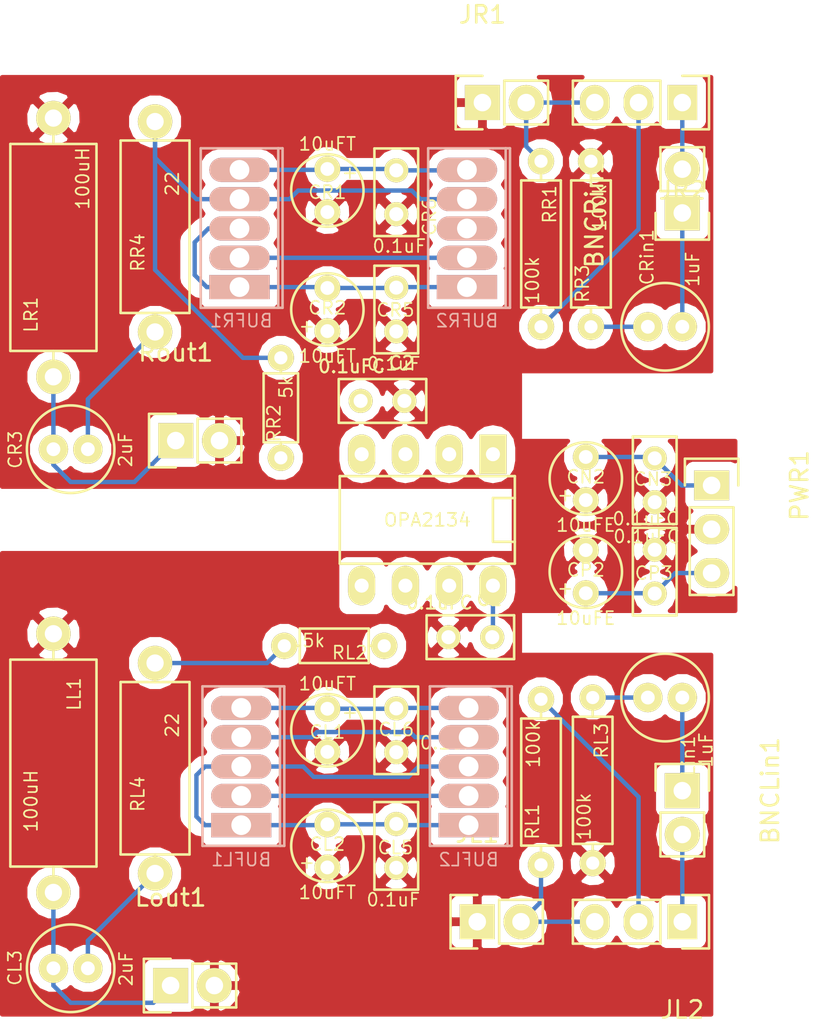
<source format=kicad_pcb>
(kicad_pcb (version 4) (host pcbnew "(2014-08-05 BZR 5054)-product")

  (general
    (links 84)
    (no_connects 17)
    (area 0 0 0 0)
    (thickness 1.6)
    (drawings 0)
    (tracks 110)
    (zones 0)
    (modules 42)
    (nets 22)
  )

  (page A4)
  (layers
    (0 F.Cu signal)
    (31 B.Cu signal)
    (32 B.Adhes user)
    (33 F.Adhes user)
    (34 B.Paste user)
    (35 F.Paste user)
    (36 B.SilkS user)
    (37 F.SilkS user)
    (38 B.Mask user)
    (39 F.Mask user)
    (40 Dwgs.User user)
    (41 Cmts.User user hide)
    (42 Eco1.User user hide)
    (43 Eco2.User user hide)
    (44 Edge.Cuts user)
    (45 Margin user hide)
    (46 B.CrtYd user)
    (47 F.CrtYd user)
    (48 B.Fab user)
    (49 F.Fab user)
  )

  (setup
    (last_trace_width 0.254)
    (trace_clearance 0.254)
    (zone_clearance 0.508)
    (zone_45_only yes)
    (trace_min 0.254)
    (segment_width 0.2)
    (edge_width 0.1)
    (via_size 0.889)
    (via_drill 0.635)
    (via_min_size 0.889)
    (via_min_drill 0.508)
    (uvia_size 0.508)
    (uvia_drill 0.127)
    (uvias_allowed no)
    (uvia_min_size 0.508)
    (uvia_min_drill 0.127)
    (pcb_text_width 0.3)
    (pcb_text_size 1.5 1.5)
    (mod_edge_width 0.15)
    (mod_text_size 0.75 0.75)
    (mod_text_width 0.1)
    (pad_size 1.7272 2.032)
    (pad_drill 1.016)
    (pad_to_mask_clearance 0)
    (aux_axis_origin 0 0)
    (grid_origin 73.56 108.994)
    (visible_elements 7FFFFF7F)
    (pcbplotparams
      (layerselection 0x010f0_80000001)
      (usegerberextensions true)
      (excludeedgelayer true)
      (linewidth 0.100000)
      (plotframeref false)
      (viasonmask false)
      (mode 1)
      (useauxorigin false)
      (hpglpennumber 1)
      (hpglpenspeed 20)
      (hpglpendiameter 15)
      (hpglpenoverlay 2)
      (psnegative false)
      (psa4output false)
      (plotreference true)
      (plotvalue true)
      (plotinvisibletext false)
      (padsonsilk false)
      (subtractmaskfromsilk false)
      (outputformat 1)
      (mirror false)
      (drillshape 0)
      (scaleselection 1)
      (outputdirectory gerber/))
  )

  (net 0 "")
  (net 1 +12V)
  (net 2 -12V)
  (net 3 "Net-(BUFL1-Pad2)")
  (net 4 "Net-(BUFL1-Pad4)")
  (net 5 "Net-(BUFR1-Pad2)")
  (net 6 "Net-(BUFR1-Pad4)")
  (net 7 "Net-(CLin1-Pad1)")
  (net 8 "Net-(CRin1-Pad1)")
  (net 9 AGND)
  (net 10 "Net-(CL3-Pad1)")
  (net 11 "Net-(CL3-Pad2)")
  (net 12 "Net-(CR3-Pad1)")
  (net 13 "Net-(CR3-Pad2)")
  (net 14 "Net-(BNCLin1-Pad2)")
  (net 15 "Net-(BNCLin1-Pad1)")
  (net 16 "Net-(BNCRin1-Pad2)")
  (net 17 "Net-(BNCRin1-Pad1)")
  (net 18 "Net-(JL1-Pad2)")
  (net 19 "Net-(JL2-Pad2)")
  (net 20 "Net-(JR1-Pad2)")
  (net 21 "Net-(JR2-Pad2)")

  (net_class Default "This is the default net class."
    (clearance 0.254)
    (trace_width 0.254)
    (via_dia 0.889)
    (via_drill 0.635)
    (uvia_dia 0.508)
    (uvia_drill 0.127)
    (add_net "Net-(BNCLin1-Pad1)")
    (add_net "Net-(BNCLin1-Pad2)")
    (add_net "Net-(BNCRin1-Pad1)")
    (add_net "Net-(BNCRin1-Pad2)")
    (add_net "Net-(BUFL1-Pad2)")
    (add_net "Net-(BUFR1-Pad2)")
    (add_net "Net-(CL3-Pad1)")
    (add_net "Net-(CL3-Pad2)")
    (add_net "Net-(CLin1-Pad1)")
    (add_net "Net-(CR3-Pad1)")
    (add_net "Net-(CR3-Pad2)")
    (add_net "Net-(CRin1-Pad1)")
    (add_net "Net-(JL1-Pad2)")
    (add_net "Net-(JL2-Pad2)")
    (add_net "Net-(JR1-Pad2)")
    (add_net "Net-(JR2-Pad2)")
  )

  (net_class "High current signal" ""
    (clearance 0.254)
    (trace_width 0.254)
    (via_dia 0.889)
    (via_drill 0.635)
    (uvia_dia 0.508)
    (uvia_drill 0.127)
    (add_net "Net-(BUFL1-Pad4)")
    (add_net "Net-(BUFR1-Pad4)")
  )

  (net_class Power ""
    (clearance 0.254)
    (trace_width 0.254)
    (via_dia 0.889)
    (via_drill 0.635)
    (uvia_dia 0.508)
    (uvia_drill 0.127)
    (add_net +12V)
    (add_net -12V)
    (add_net AGND)
  )

  (module LBHB:BUF634 (layer B.Cu) (tedit 54DE6A12) (tstamp 54DD2141)
    (at 83.66 59.994 90)
    (descr "TO-220, Bipolar-BCE, Horizontal, Large Pads,")
    (tags "TO-220, Bipolar-BCE, Horizontal, Large Pads,")
    (path /54ADE7DF)
    (fp_text reference BUFR2 (at -5.35 0 360) (layer B.SilkS)
      (effects (font (size 0.75 0.75) (thickness 0.1)) (justify mirror))
    )
    (fp_text value BUF634 (at 3.15 -3 90) (layer B.SilkS) hide
      (effects (font (size 0.75 0.75) (thickness 0.1)) (justify mirror))
    )
    (fp_line (start -4.6 2.25) (end -4.6 2.5) (layer B.SilkS) (width 0.15))
    (fp_line (start -4.6 2.5) (end 4.65 2.5) (layer B.SilkS) (width 0.15))
    (fp_line (start 4.65 2.5) (end 4.65 2.25) (layer B.SilkS) (width 0.15))
    (fp_line (start -4.6 2.25) (end -4.6 -2.25) (layer B.SilkS) (width 0.15))
    (fp_line (start -4.6 -2.25) (end 4.65 -2.25) (layer B.SilkS) (width 0.15))
    (fp_line (start 4.65 -2.25) (end 4.65 2.25) (layer B.SilkS) (width 0.15))
    (fp_line (start -4.6 2.25) (end 4.65 2.25) (layer B.SilkS) (width 0.15))
    (pad 3 thru_hole oval (at 0 0) (size 3.50012 1.4) (drill 1.143) (layers *.Cu *.Mask B.SilkS)
      (net 2 -12V))
    (pad 2 thru_hole oval (at -1.7 0) (size 3.50012 1.4) (drill 1.143) (layers *.Cu *.Mask B.SilkS)
      (net 5 "Net-(BUFR1-Pad2)"))
    (pad 4 thru_hole oval (at 1.7 0) (size 3.50012 1.4) (drill 1.143) (layers *.Cu *.Mask B.SilkS)
      (net 6 "Net-(BUFR1-Pad4)"))
    (pad 1 thru_hole rect (at -3.4 0) (size 3.50012 1.4) (drill 1.143) (layers *.Cu *.Mask B.SilkS)
      (net 2 -12V))
    (pad 5 thru_hole oval (at 3.4 0) (size 3.50012 1.4) (drill 1.143) (layers *.Cu *.Mask B.SilkS)
      (net 1 +12V))
  )

  (module LBHB:BUF634 (layer B.Cu) (tedit 54DE6A19) (tstamp 54BFEF67)
    (at 83.76 91.194 90)
    (descr "TO-220, Bipolar-BCE, Horizontal, Large Pads,")
    (tags "TO-220, Bipolar-BCE, Horizontal, Large Pads,")
    (path /54AF3AA0)
    (fp_text reference BUFL2 (at -5.4 0 360) (layer B.SilkS)
      (effects (font (size 0.75 0.75) (thickness 0.1)) (justify mirror))
    )
    (fp_text value BUF634 (at 3.15 -3 90) (layer B.SilkS) hide
      (effects (font (size 0.75 0.75) (thickness 0.1)) (justify mirror))
    )
    (fp_line (start -4.6 2.25) (end -4.6 2.5) (layer B.SilkS) (width 0.15))
    (fp_line (start -4.6 2.5) (end 4.65 2.5) (layer B.SilkS) (width 0.15))
    (fp_line (start 4.65 2.5) (end 4.65 2.25) (layer B.SilkS) (width 0.15))
    (fp_line (start -4.6 2.25) (end -4.6 -2.25) (layer B.SilkS) (width 0.15))
    (fp_line (start -4.6 -2.25) (end 4.65 -2.25) (layer B.SilkS) (width 0.15))
    (fp_line (start 4.65 -2.25) (end 4.65 2.25) (layer B.SilkS) (width 0.15))
    (fp_line (start -4.6 2.25) (end 4.65 2.25) (layer B.SilkS) (width 0.15))
    (pad 3 thru_hole oval (at 0 0) (size 3.50012 1.4) (drill 1.143) (layers *.Cu *.Mask B.SilkS)
      (net 2 -12V))
    (pad 2 thru_hole oval (at -1.7 0) (size 3.50012 1.4) (drill 1.143) (layers *.Cu *.Mask B.SilkS)
      (net 3 "Net-(BUFL1-Pad2)"))
    (pad 4 thru_hole oval (at 1.7 0) (size 3.50012 1.4) (drill 1.143) (layers *.Cu *.Mask B.SilkS)
      (net 4 "Net-(BUFL1-Pad4)"))
    (pad 1 thru_hole rect (at -3.4 0) (size 3.50012 1.4) (drill 1.143) (layers *.Cu *.Mask B.SilkS)
      (net 2 -12V))
    (pad 5 thru_hole oval (at 3.4 0) (size 3.50012 1.4) (drill 1.143) (layers *.Cu *.Mask B.SilkS)
      (net 1 +12V))
  )

  (module LBHB:BUF634 (layer B.Cu) (tedit 54DE6A07) (tstamp 5452AE9E)
    (at 70.46 59.994 90)
    (descr "TO-220, Bipolar-BCE, Horizontal, Large Pads,")
    (tags "TO-220, Bipolar-BCE, Horizontal, Large Pads,")
    (path /54194E41)
    (fp_text reference BUFR1 (at -5.35 0.1 360) (layer B.SilkS)
      (effects (font (size 0.75 0.75) (thickness 0.1)) (justify mirror))
    )
    (fp_text value BUF634 (at 3.15 -3 90) (layer B.SilkS) hide
      (effects (font (size 0.75 0.75) (thickness 0.1)) (justify mirror))
    )
    (fp_line (start -4.6 2.25) (end -4.6 2.5) (layer B.SilkS) (width 0.15))
    (fp_line (start -4.6 2.5) (end 4.65 2.5) (layer B.SilkS) (width 0.15))
    (fp_line (start 4.65 2.5) (end 4.65 2.25) (layer B.SilkS) (width 0.15))
    (fp_line (start -4.6 2.25) (end -4.6 -2.25) (layer B.SilkS) (width 0.15))
    (fp_line (start -4.6 -2.25) (end 4.65 -2.25) (layer B.SilkS) (width 0.15))
    (fp_line (start 4.65 -2.25) (end 4.65 2.25) (layer B.SilkS) (width 0.15))
    (fp_line (start -4.6 2.25) (end 4.65 2.25) (layer B.SilkS) (width 0.15))
    (pad 3 thru_hole oval (at 0 0) (size 3.50012 1.4) (drill 1.143) (layers *.Cu *.Mask B.SilkS)
      (net 2 -12V))
    (pad 2 thru_hole oval (at -1.7 0) (size 3.50012 1.4) (drill 1.143) (layers *.Cu *.Mask B.SilkS)
      (net 5 "Net-(BUFR1-Pad2)"))
    (pad 4 thru_hole oval (at 1.7 0) (size 3.50012 1.4) (drill 1.143) (layers *.Cu *.Mask B.SilkS)
      (net 6 "Net-(BUFR1-Pad4)"))
    (pad 1 thru_hole rect (at -3.4 0) (size 3.50012 1.4) (drill 1.143) (layers *.Cu *.Mask B.SilkS)
      (net 2 -12V))
    (pad 5 thru_hole oval (at 3.4 0) (size 3.50012 1.4) (drill 1.143) (layers *.Cu *.Mask B.SilkS)
      (net 1 +12V))
  )

  (module LBHB:BUF634 (layer B.Cu) (tedit 54DE6A01) (tstamp 5452B2EF)
    (at 70.56 91.194 90)
    (descr "TO-220, Bipolar-BCE, Horizontal, Large Pads,")
    (tags "TO-220, Bipolar-BCE, Horizontal, Large Pads,")
    (path /54AF3A82)
    (fp_text reference BUFL1 (at -5.4 0 360) (layer B.SilkS)
      (effects (font (size 0.75 0.75) (thickness 0.1)) (justify mirror))
    )
    (fp_text value BUF634 (at 3.15 -3 90) (layer B.SilkS) hide
      (effects (font (size 0.75 0.75) (thickness 0.1)) (justify mirror))
    )
    (fp_line (start -4.6 2.25) (end -4.6 2.5) (layer B.SilkS) (width 0.15))
    (fp_line (start -4.6 2.5) (end 4.65 2.5) (layer B.SilkS) (width 0.15))
    (fp_line (start 4.65 2.5) (end 4.65 2.25) (layer B.SilkS) (width 0.15))
    (fp_line (start -4.6 2.25) (end -4.6 -2.25) (layer B.SilkS) (width 0.15))
    (fp_line (start -4.6 -2.25) (end 4.65 -2.25) (layer B.SilkS) (width 0.15))
    (fp_line (start 4.65 -2.25) (end 4.65 2.25) (layer B.SilkS) (width 0.15))
    (fp_line (start -4.6 2.25) (end 4.65 2.25) (layer B.SilkS) (width 0.15))
    (pad 3 thru_hole oval (at 0 0) (size 3.50012 1.4) (drill 1.143) (layers *.Cu *.Mask B.SilkS)
      (net 2 -12V))
    (pad 2 thru_hole oval (at -1.7 0) (size 3.50012 1.4) (drill 1.143) (layers *.Cu *.Mask B.SilkS)
      (net 3 "Net-(BUFL1-Pad2)"))
    (pad 4 thru_hole oval (at 1.7 0) (size 3.50012 1.4) (drill 1.143) (layers *.Cu *.Mask B.SilkS)
      (net 4 "Net-(BUFL1-Pad4)"))
    (pad 1 thru_hole rect (at -3.4 0) (size 3.50012 1.4) (drill 1.143) (layers *.Cu *.Mask B.SilkS)
      (net 2 -12V))
    (pad 5 thru_hole oval (at 3.4 0) (size 3.50012 1.4) (drill 1.143) (layers *.Cu *.Mask B.SilkS)
      (net 1 +12V))
  )

  (module LBHB:inductor-12mm (layer F.Cu) (tedit 54DE7452) (tstamp 54DD2286)
    (at 57.66 90.994 270)
    (path /54AF3ABE)
    (fp_text reference LL1 (at -4 -3.2 270) (layer F.SilkS)
      (effects (font (size 0.75 0.75) (thickness 0.1)))
    )
    (fp_text value 100uH (at 2.2 -0.7 270) (layer F.SilkS)
      (effects (font (size 0.75 0.75) (thickness 0.1)))
    )
    (fp_line (start -6 -4.5) (end -6 0.5) (layer F.SilkS) (width 0.15))
    (fp_line (start -6 0.5) (end 6 0.5) (layer F.SilkS) (width 0.15))
    (fp_line (start 6 0.5) (end 6 -4.5) (layer F.SilkS) (width 0.15))
    (fp_line (start 6 -4.5) (end -6 -4.5) (layer F.SilkS) (width 0.15))
    (fp_line (start 6 -2) (end 7 -2) (layer F.SilkS) (width 0.15))
    (fp_line (start -6 -2) (end -7 -2) (layer F.SilkS) (width 0.15))
    (pad 1 thru_hole circle (at -7.5 -2 90) (size 2 2) (drill 1) (layers *.Cu *.Mask F.SilkS)
      (net 9 AGND))
    (pad 2 thru_hole circle (at 7.5 -2 90) (size 2 2) (drill 1) (layers *.Cu *.Mask F.SilkS)
      (net 11 "Net-(CL3-Pad2)"))
  )

  (module LBHB:inductor-12mm (layer F.Cu) (tedit 54DE7B61) (tstamp 54DE3FC5)
    (at 57.66 61.094 270)
    (path /54AE1912)
    (fp_text reference LR1 (at 3.9 -0.7 270) (layer F.SilkS)
      (effects (font (size 0.75 0.75) (thickness 0.1)))
    )
    (fp_text value 100uH (at -4 -3.7 270) (layer F.SilkS)
      (effects (font (size 0.75 0.75) (thickness 0.1)))
    )
    (fp_line (start -6 -4.5) (end -6 0.5) (layer F.SilkS) (width 0.15))
    (fp_line (start -6 0.5) (end 6 0.5) (layer F.SilkS) (width 0.15))
    (fp_line (start 6 0.5) (end 6 -4.5) (layer F.SilkS) (width 0.15))
    (fp_line (start 6 -4.5) (end -6 -4.5) (layer F.SilkS) (width 0.15))
    (fp_line (start 6 -2) (end 7 -2) (layer F.SilkS) (width 0.15))
    (fp_line (start -6 -2) (end -7 -2) (layer F.SilkS) (width 0.15))
    (pad 1 thru_hole circle (at -7.5 -2 90) (size 2 2) (drill 1) (layers *.Cu *.Mask F.SilkS)
      (net 9 AGND))
    (pad 2 thru_hole circle (at 7.5 -2 90) (size 2 2) (drill 1) (layers *.Cu *.Mask F.SilkS)
      (net 13 "Net-(CR3-Pad2)"))
  )

  (module LBHB:capacitor-D_4mm-L_2.4mm (layer F.Cu) (tedit 54E67480) (tstamp 54EB71D4)
    (at 75.56 89.094 270)
    (descr "Capacitor 4mm x 2,5mm RM 2,5mm")
    (tags "Capacitor Kondensator")
    (path /54AF3A94)
    (fp_text reference CL1 (at 0.1 0 360) (layer F.SilkS)
      (effects (font (size 0.75 0.75) (thickness 0.1)))
    )
    (fp_text value 10uFT (at -2.7 0 360) (layer F.SilkS)
      (effects (font (size 0.75 0.75) (thickness 0.1)))
    )
    (fp_text user + (at -1 -1.25 270) (layer F.SilkS)
      (effects (font (size 0.75 0.75) (thickness 0.1)))
    )
    (fp_circle (center 0 0) (end 2.1 0) (layer F.SilkS) (width 0.15))
    (pad 1 thru_hole circle (at -1.25 0 270) (size 1.50114 1.50114) (drill 0.8001) (layers *.Cu *.Mask F.SilkS)
      (net 1 +12V))
    (pad 2 thru_hole circle (at 1.25 0 270) (size 1.50114 1.50114) (drill 0.8001) (layers *.Cu *.Mask F.SilkS)
      (net 9 AGND))
  )

  (module LBHB:capacitor-D_4mm-L_2.4mm (layer F.Cu) (tedit 54E67480) (tstamp 54EB71DB)
    (at 75.56 95.794 90)
    (descr "Capacitor 4mm x 2,5mm RM 2,5mm")
    (tags "Capacitor Kondensator")
    (path /54AF3AC4)
    (fp_text reference CL2 (at 0.1 0 180) (layer F.SilkS)
      (effects (font (size 0.75 0.75) (thickness 0.1)))
    )
    (fp_text value 10uFT (at -2.7 0 180) (layer F.SilkS)
      (effects (font (size 0.75 0.75) (thickness 0.1)))
    )
    (fp_text user + (at -1 -1.25 90) (layer F.SilkS)
      (effects (font (size 0.75 0.75) (thickness 0.1)))
    )
    (fp_circle (center 0 0) (end 2.1 0) (layer F.SilkS) (width 0.15))
    (pad 1 thru_hole circle (at -1.25 0 90) (size 1.50114 1.50114) (drill 0.8001) (layers *.Cu *.Mask F.SilkS)
      (net 9 AGND))
    (pad 2 thru_hole circle (at 1.25 0 90) (size 1.50114 1.50114) (drill 0.8001) (layers *.Cu *.Mask F.SilkS)
      (net 2 -12V))
  )

  (module LBHB:capacitor-D_5mm-L_2mm (layer F.Cu) (tedit 54EB7127) (tstamp 54EB71E2)
    (at 60.66 102.894 90)
    (descr "Capacitor, pol, cyl 5x11mm")
    (path /54AF3AB8)
    (fp_text reference CL3 (at 0.025 -3.235 90) (layer F.SilkS)
      (effects (font (size 0.75 0.75) (thickness 0.1)))
    )
    (fp_text value 2uF (at -0.025 3.215 90) (layer F.SilkS)
      (effects (font (size 0.75 0.75) (thickness 0.1)))
    )
    (fp_circle (center 0 0) (end -2.54 0) (layer F.SilkS) (width 0.15))
    (pad 1 thru_hole circle (at 0 1 90) (size 1.7 1.7) (drill 0.8001) (layers *.Cu *.Mask F.SilkS)
      (net 10 "Net-(CL3-Pad1)"))
    (pad 2 thru_hole circle (at 0 -1 90) (size 1.7 1.7) (drill 0.8001) (layers *.Cu *.Mask F.SilkS)
      (net 11 "Net-(CL3-Pad2)"))
    (model Capacitors_ThroughHole/Capacitor5x11RM2.5.wrl
      (at (xyz 0 0 0))
      (scale (xyz 1 1 1))
      (rotate (xyz 0 0 0))
    )
  )

  (module LBHB:capacitor-2.5x5mm-L_2.5mm (layer F.Cu) (tedit 54EB7142) (tstamp 54EB71E8)
    (at 79.56 95.794 270)
    (descr "Condensateur e = 1 pas")
    (tags C)
    (path /54E68923)
    (fp_text reference CL5 (at 0.1 0.05 360) (layer F.SilkS)
      (effects (font (size 0.75 0.75) (thickness 0.1)))
    )
    (fp_text value 0.1uF (at 3.125 0.175 360) (layer F.SilkS)
      (effects (font (size 0.75 0.75) (thickness 0.1)))
    )
    (fp_line (start -2.4892 -1.27) (end 2.54 -1.27) (layer F.SilkS) (width 0.15))
    (fp_line (start 2.54 -1.27) (end 2.54 1.27) (layer F.SilkS) (width 0.15))
    (fp_line (start 2.54 1.27) (end -2.54 1.27) (layer F.SilkS) (width 0.15))
    (fp_line (start -2.54 1.27) (end -2.54 -1.27) (layer F.SilkS) (width 0.15))
    (pad 1 thru_hole circle (at -1.27 0 270) (size 1.397 1.397) (drill 0.8128) (layers *.Cu *.Mask F.SilkS)
      (net 2 -12V))
    (pad 2 thru_hole circle (at 1.27 0 270) (size 1.397 1.397) (drill 0.8128) (layers *.Cu *.Mask F.SilkS)
      (net 9 AGND))
    (model discret/capa_1_pas.wrl
      (at (xyz 0 0 0))
      (scale (xyz 1 1 1))
      (rotate (xyz 0 0 0))
    )
  )

  (module LBHB:capacitor-2.5x5mm-L_2.5mm (layer F.Cu) (tedit 54EB7150) (tstamp 54EB71F1)
    (at 79.56 89.094 270)
    (descr "Condensateur e = 1 pas")
    (tags C)
    (path /54E68109)
    (fp_text reference CL6 (at -0.05 0 360) (layer F.SilkS)
      (effects (font (size 0.75 0.75) (thickness 0.1)))
    )
    (fp_text value 0.1uF (at 0.725 -2.925 540) (layer F.SilkS)
      (effects (font (size 0.75 0.75) (thickness 0.1)))
    )
    (fp_line (start -2.4892 -1.27) (end 2.54 -1.27) (layer F.SilkS) (width 0.15))
    (fp_line (start 2.54 -1.27) (end 2.54 1.27) (layer F.SilkS) (width 0.15))
    (fp_line (start 2.54 1.27) (end -2.54 1.27) (layer F.SilkS) (width 0.15))
    (fp_line (start -2.54 1.27) (end -2.54 -1.27) (layer F.SilkS) (width 0.15))
    (pad 1 thru_hole circle (at -1.27 0 270) (size 1.397 1.397) (drill 0.8128) (layers *.Cu *.Mask F.SilkS)
      (net 1 +12V))
    (pad 2 thru_hole circle (at 1.27 0 270) (size 1.397 1.397) (drill 0.8128) (layers *.Cu *.Mask F.SilkS)
      (net 9 AGND))
    (model discret/capa_1_pas.wrl
      (at (xyz 0 0 0))
      (scale (xyz 1 1 1))
      (rotate (xyz 0 0 0))
    )
  )

  (module LBHB:capacitor-D_5mm-L_2mm (layer F.Cu) (tedit 54EB71DF) (tstamp 54EB71FA)
    (at 95.16 87.194 270)
    (descr "Capacitor, pol, cyl 5x11mm")
    (path /54178CFE)
    (fp_text reference CLin1 (at 3.765 -1.35 270) (layer F.SilkS)
      (effects (font (size 0.75 0.75) (thickness 0.1)))
    )
    (fp_text value 1uF (at 3.04 -2.375 270) (layer F.SilkS)
      (effects (font (size 0.75 0.75) (thickness 0.1)))
    )
    (fp_circle (center 0 0) (end -2.54 0) (layer F.SilkS) (width 0.15))
    (pad 1 thru_hole circle (at 0 1 270) (size 1.7 1.7) (drill 0.8001) (layers *.Cu *.Mask F.SilkS)
      (net 7 "Net-(CLin1-Pad1)"))
    (pad 2 thru_hole circle (at 0 -1 270) (size 1.7 1.7) (drill 0.8001) (layers *.Cu *.Mask F.SilkS)
      (net 15 "Net-(BNCLin1-Pad1)"))
    (model Capacitors_ThroughHole/Capacitor5x11RM2.5.wrl
      (at (xyz 0 0 0))
      (scale (xyz 1 1 1))
      (rotate (xyz 0 0 0))
    )
  )

  (module LBHB:capacitor-D_4mm-L_2.4mm (layer F.Cu) (tedit 54E67480) (tstamp 54EB7200)
    (at 90.56 74.494 90)
    (descr "Capacitor 4mm x 2,5mm RM 2,5mm")
    (tags "Capacitor Kondensator")
    (path /54195FF4)
    (fp_text reference CN2 (at 0.1 0 180) (layer F.SilkS)
      (effects (font (size 0.75 0.75) (thickness 0.1)))
    )
    (fp_text value 10uFE (at -2.7 0 180) (layer F.SilkS)
      (effects (font (size 0.75 0.75) (thickness 0.1)))
    )
    (fp_text user + (at -1 -1.25 90) (layer F.SilkS)
      (effects (font (size 0.75 0.75) (thickness 0.1)))
    )
    (fp_circle (center 0 0) (end 2.1 0) (layer F.SilkS) (width 0.15))
    (pad 1 thru_hole circle (at -1.25 0 90) (size 1.50114 1.50114) (drill 0.8001) (layers *.Cu *.Mask F.SilkS)
      (net 9 AGND))
    (pad 2 thru_hole circle (at 1.25 0 90) (size 1.50114 1.50114) (drill 0.8001) (layers *.Cu *.Mask F.SilkS)
      (net 2 -12V))
  )

  (module LBHB:capacitor-2.5x5mm-L_2.5mm (layer F.Cu) (tedit 54EB71E9) (tstamp 54EB7207)
    (at 94.56 74.594 90)
    (descr "Condensateur e = 1 pas")
    (tags C)
    (path /54195F85)
    (fp_text reference CN3 (at 0.065 -0.1 180) (layer F.SilkS)
      (effects (font (size 0.75 0.75) (thickness 0.1)))
    )
    (fp_text value 0.1uFC (at -3.26 -0.475 180) (layer F.SilkS)
      (effects (font (size 0.75 0.75) (thickness 0.1)))
    )
    (fp_line (start -2.4892 -1.27) (end 2.54 -1.27) (layer F.SilkS) (width 0.15))
    (fp_line (start 2.54 -1.27) (end 2.54 1.27) (layer F.SilkS) (width 0.15))
    (fp_line (start 2.54 1.27) (end -2.54 1.27) (layer F.SilkS) (width 0.15))
    (fp_line (start -2.54 1.27) (end -2.54 -1.27) (layer F.SilkS) (width 0.15))
    (pad 1 thru_hole circle (at -1.27 0 90) (size 1.397 1.397) (drill 0.8128) (layers *.Cu *.Mask F.SilkS)
      (net 9 AGND))
    (pad 2 thru_hole circle (at 1.27 0 90) (size 1.397 1.397) (drill 0.8128) (layers *.Cu *.Mask F.SilkS)
      (net 2 -12V))
    (model discret/capa_1_pas.wrl
      (at (xyz 0 0 0))
      (scale (xyz 1 1 1))
      (rotate (xyz 0 0 0))
    )
  )

  (module LBHB:capacitor-D_4mm-L_2.4mm (layer F.Cu) (tedit 54E67480) (tstamp 54EB7210)
    (at 90.56 79.894 90)
    (descr "Capacitor 4mm x 2,5mm RM 2,5mm")
    (tags "Capacitor Kondensator")
    (path /54195C95)
    (fp_text reference CP2 (at 0.1 0 180) (layer F.SilkS)
      (effects (font (size 0.75 0.75) (thickness 0.1)))
    )
    (fp_text value 10uFE (at -2.7 0 180) (layer F.SilkS)
      (effects (font (size 0.75 0.75) (thickness 0.1)))
    )
    (fp_text user + (at -1 -1.25 90) (layer F.SilkS)
      (effects (font (size 0.75 0.75) (thickness 0.1)))
    )
    (fp_circle (center 0 0) (end 2.1 0) (layer F.SilkS) (width 0.15))
    (pad 1 thru_hole circle (at -1.25 0 90) (size 1.50114 1.50114) (drill 0.8001) (layers *.Cu *.Mask F.SilkS)
      (net 1 +12V))
    (pad 2 thru_hole circle (at 1.25 0 90) (size 1.50114 1.50114) (drill 0.8001) (layers *.Cu *.Mask F.SilkS)
      (net 9 AGND))
  )

  (module LBHB:capacitor-2.5x5mm-L_2.5mm (layer F.Cu) (tedit 54EB7195) (tstamp 54EB7217)
    (at 94.56 79.894 90)
    (descr "Condensateur e = 1 pas")
    (tags C)
    (path /54195C28)
    (fp_text reference CP3 (at -0.085 -0.05 180) (layer F.SilkS)
      (effects (font (size 0.75 0.75) (thickness 0.1)))
    )
    (fp_text value 0.1uFC (at 3.065 -0.525 180) (layer F.SilkS)
      (effects (font (size 0.75 0.75) (thickness 0.1)))
    )
    (fp_line (start -2.4892 -1.27) (end 2.54 -1.27) (layer F.SilkS) (width 0.15))
    (fp_line (start 2.54 -1.27) (end 2.54 1.27) (layer F.SilkS) (width 0.15))
    (fp_line (start 2.54 1.27) (end -2.54 1.27) (layer F.SilkS) (width 0.15))
    (fp_line (start -2.54 1.27) (end -2.54 -1.27) (layer F.SilkS) (width 0.15))
    (pad 1 thru_hole circle (at -1.27 0 90) (size 1.397 1.397) (drill 0.8128) (layers *.Cu *.Mask F.SilkS)
      (net 1 +12V))
    (pad 2 thru_hole circle (at 1.27 0 90) (size 1.397 1.397) (drill 0.8128) (layers *.Cu *.Mask F.SilkS)
      (net 9 AGND))
    (model discret/capa_1_pas.wrl
      (at (xyz 0 0 0))
      (scale (xyz 1 1 1))
      (rotate (xyz 0 0 0))
    )
  )

  (module LBHB:capacitor-D_4mm-L_2.4mm (layer F.Cu) (tedit 54E67480) (tstamp 54EB7220)
    (at 75.56 57.794 270)
    (descr "Capacitor 4mm x 2,5mm RM 2,5mm")
    (tags "Capacitor Kondensator")
    (path /54194E54)
    (fp_text reference CR1 (at 0.1 0 360) (layer F.SilkS)
      (effects (font (size 0.75 0.75) (thickness 0.1)))
    )
    (fp_text value 10uFT (at -2.7 0 360) (layer F.SilkS)
      (effects (font (size 0.75 0.75) (thickness 0.1)))
    )
    (fp_text user + (at -1 -1.25 270) (layer F.SilkS)
      (effects (font (size 0.75 0.75) (thickness 0.1)))
    )
    (fp_circle (center 0 0) (end 2.1 0) (layer F.SilkS) (width 0.15))
    (pad 1 thru_hole circle (at -1.25 0 270) (size 1.50114 1.50114) (drill 0.8001) (layers *.Cu *.Mask F.SilkS)
      (net 1 +12V))
    (pad 2 thru_hole circle (at 1.25 0 270) (size 1.50114 1.50114) (drill 0.8001) (layers *.Cu *.Mask F.SilkS)
      (net 9 AGND))
  )

  (module LBHB:capacitor-D_4mm-L_2.4mm (layer F.Cu) (tedit 54E67480) (tstamp 564FA846)
    (at 75.56 64.694 90)
    (descr "Capacitor 4mm x 2,5mm RM 2,5mm")
    (tags "Capacitor Kondensator")
    (path /54AEF5C7)
    (fp_text reference CR2 (at 0.1 0 180) (layer F.SilkS)
      (effects (font (size 0.75 0.75) (thickness 0.1)))
    )
    (fp_text value 10uFT (at -2.7 0 180) (layer F.SilkS)
      (effects (font (size 0.75 0.75) (thickness 0.1)))
    )
    (fp_text user + (at -1 -1.25 90) (layer F.SilkS)
      (effects (font (size 0.75 0.75) (thickness 0.1)))
    )
    (fp_circle (center 0 0) (end 2.1 0) (layer F.SilkS) (width 0.15))
    (pad 1 thru_hole circle (at -1.25 0 90) (size 1.50114 1.50114) (drill 0.8001) (layers *.Cu *.Mask F.SilkS)
      (net 9 AGND))
    (pad 2 thru_hole circle (at 1.25 0 90) (size 1.50114 1.50114) (drill 0.8001) (layers *.Cu *.Mask F.SilkS)
      (net 2 -12V))
  )

  (module LBHB:capacitor-D_5mm-L_2mm (layer F.Cu) (tedit 54EB7123) (tstamp 54EB722E)
    (at 60.66 72.794 90)
    (descr "Capacitor, pol, cyl 5x11mm")
    (path /54AE190C)
    (fp_text reference CR3 (at -0.025 -3.215 90) (layer F.SilkS)
      (effects (font (size 0.75 0.75) (thickness 0.1)))
    )
    (fp_text value 2uF (at -0.025 3.185 90) (layer F.SilkS)
      (effects (font (size 0.75 0.75) (thickness 0.1)))
    )
    (fp_circle (center 0 0) (end -2.54 0) (layer F.SilkS) (width 0.15))
    (pad 1 thru_hole circle (at 0 1 90) (size 1.7 1.7) (drill 0.8001) (layers *.Cu *.Mask F.SilkS)
      (net 12 "Net-(CR3-Pad1)"))
    (pad 2 thru_hole circle (at 0 -1 90) (size 1.7 1.7) (drill 0.8001) (layers *.Cu *.Mask F.SilkS)
      (net 13 "Net-(CR3-Pad2)"))
    (model Capacitors_ThroughHole/Capacitor5x11RM2.5.wrl
      (at (xyz 0 0 0))
      (scale (xyz 1 1 1))
      (rotate (xyz 0 0 0))
    )
  )

  (module LBHB:capacitor-2.5x5mm-L_2.5mm (layer F.Cu) (tedit 54EB7174) (tstamp 54EB7234)
    (at 79.56 64.694 270)
    (descr "Condensateur e = 1 pas")
    (tags C)
    (path /54E66E7E)
    (fp_text reference CR5 (at 0.025 0.05 360) (layer F.SilkS)
      (effects (font (size 0.75 0.75) (thickness 0.1)))
    )
    (fp_text value 0.1uF (at 3.15 0.15 360) (layer F.SilkS)
      (effects (font (size 0.75 0.75) (thickness 0.1)))
    )
    (fp_line (start -2.4892 -1.27) (end 2.54 -1.27) (layer F.SilkS) (width 0.15))
    (fp_line (start 2.54 -1.27) (end 2.54 1.27) (layer F.SilkS) (width 0.15))
    (fp_line (start 2.54 1.27) (end -2.54 1.27) (layer F.SilkS) (width 0.15))
    (fp_line (start -2.54 1.27) (end -2.54 -1.27) (layer F.SilkS) (width 0.15))
    (pad 1 thru_hole circle (at -1.27 0 270) (size 1.397 1.397) (drill 0.8128) (layers *.Cu *.Mask F.SilkS)
      (net 2 -12V))
    (pad 2 thru_hole circle (at 1.27 0 270) (size 1.397 1.397) (drill 0.8128) (layers *.Cu *.Mask F.SilkS)
      (net 9 AGND))
    (model discret/capa_1_pas.wrl
      (at (xyz 0 0 0))
      (scale (xyz 1 1 1))
      (rotate (xyz 0 0 0))
    )
  )

  (module LBHB:capacitor-2.5x5mm-L_2.5mm (layer F.Cu) (tedit 54EB7166) (tstamp 54EB723D)
    (at 79.56 57.894 270)
    (descr "Condensateur e = 1 pas")
    (tags C)
    (path /54E66AF5)
    (fp_text reference CR6 (at 1.425 -1.925 270) (layer F.SilkS)
      (effects (font (size 0.75 0.75) (thickness 0.1)))
    )
    (fp_text value 0.1uF (at 3.125 -0.175 360) (layer F.SilkS)
      (effects (font (size 0.75 0.75) (thickness 0.1)))
    )
    (fp_line (start -2.4892 -1.27) (end 2.54 -1.27) (layer F.SilkS) (width 0.15))
    (fp_line (start 2.54 -1.27) (end 2.54 1.27) (layer F.SilkS) (width 0.15))
    (fp_line (start 2.54 1.27) (end -2.54 1.27) (layer F.SilkS) (width 0.15))
    (fp_line (start -2.54 1.27) (end -2.54 -1.27) (layer F.SilkS) (width 0.15))
    (pad 1 thru_hole circle (at -1.27 0 270) (size 1.397 1.397) (drill 0.8128) (layers *.Cu *.Mask F.SilkS)
      (net 1 +12V))
    (pad 2 thru_hole circle (at 1.27 0 270) (size 1.397 1.397) (drill 0.8128) (layers *.Cu *.Mask F.SilkS)
      (net 9 AGND))
    (model discret/capa_1_pas.wrl
      (at (xyz 0 0 0))
      (scale (xyz 1 1 1))
      (rotate (xyz 0 0 0))
    )
  )

  (module LBHB:capacitor-D_5mm-L_2mm (layer F.Cu) (tedit 54EB71A1) (tstamp 54EB7246)
    (at 95.16 65.694 270)
    (descr "Capacitor, pol, cyl 5x11mm")
    (path /564FCB44)
    (fp_text reference CRin1 (at -4.04 1.05 270) (layer F.SilkS)
      (effects (font (size 0.75 0.75) (thickness 0.1)))
    )
    (fp_text value 1uF (at -3.34 -1.6 270) (layer F.SilkS)
      (effects (font (size 0.75 0.75) (thickness 0.1)))
    )
    (fp_circle (center 0 0) (end -2.54 0) (layer F.SilkS) (width 0.15))
    (pad 1 thru_hole circle (at 0 1 270) (size 1.7 1.7) (drill 0.8001) (layers *.Cu *.Mask F.SilkS)
      (net 8 "Net-(CRin1-Pad1)"))
    (pad 2 thru_hole circle (at 0 -1 270) (size 1.7 1.7) (drill 0.8001) (layers *.Cu *.Mask F.SilkS)
      (net 17 "Net-(BNCRin1-Pad1)"))
    (model Capacitors_ThroughHole/Capacitor5x11RM2.5.wrl
      (at (xyz 0 0 0))
      (scale (xyz 1 1 1))
      (rotate (xyz 0 0 0))
    )
  )

  (module LBHB:DIP-8 (layer F.Cu) (tedit 54DE774A) (tstamp 565CB6F3)
    (at 81.36 76.894 180)
    (descr "8 pins DIL package, elliptical pads")
    (tags DIL)
    (path /54178CE2)
    (fp_text reference OPA1 (at 4.445 0.127 270) (layer F.SilkS) hide
      (effects (font (size 0.75 0.75) (thickness 0.1)))
    )
    (fp_text value OPA2134 (at 0 0 180) (layer F.SilkS)
      (effects (font (size 0.75 0.75) (thickness 0.1)))
    )
    (fp_line (start -5.08 -1.27) (end -3.81 -1.27) (layer F.SilkS) (width 0.15))
    (fp_line (start -3.81 -1.27) (end -3.81 1.27) (layer F.SilkS) (width 0.15))
    (fp_line (start -3.81 1.27) (end -5.08 1.27) (layer F.SilkS) (width 0.15))
    (fp_line (start -5.08 -2.54) (end 5.08 -2.54) (layer F.SilkS) (width 0.15))
    (fp_line (start 5.08 -2.54) (end 5.08 2.54) (layer F.SilkS) (width 0.15))
    (fp_line (start 5.08 2.54) (end -5.08 2.54) (layer F.SilkS) (width 0.15))
    (fp_line (start -5.08 2.54) (end -5.08 -2.54) (layer F.SilkS) (width 0.15))
    (pad 1 thru_hole rect (at -3.81 3.81 180) (size 1.5748 2.286) (drill 0.8128) (layers *.Cu *.Mask F.SilkS)
      (net 5 "Net-(BUFR1-Pad2)"))
    (pad 2 thru_hole oval (at -1.27 3.81 180) (size 1.5748 2.286) (drill 0.8128) (layers *.Cu *.Mask F.SilkS)
      (net 21 "Net-(JR2-Pad2)"))
    (pad 3 thru_hole oval (at 1.27 3.81 180) (size 1.5748 2.286) (drill 0.8128) (layers *.Cu *.Mask F.SilkS)
      (net 8 "Net-(CRin1-Pad1)"))
    (pad 4 thru_hole oval (at 3.81 3.81 180) (size 1.5748 2.286) (drill 0.8128) (layers *.Cu *.Mask F.SilkS)
      (net 2 -12V))
    (pad 5 thru_hole oval (at 3.81 -3.81 180) (size 1.5748 2.286) (drill 0.8128) (layers *.Cu *.Mask F.SilkS)
      (net 7 "Net-(CLin1-Pad1)"))
    (pad 6 thru_hole oval (at 1.27 -3.81 180) (size 1.5748 2.286) (drill 0.8128) (layers *.Cu *.Mask F.SilkS)
      (net 19 "Net-(JL2-Pad2)"))
    (pad 7 thru_hole oval (at -1.27 -3.81 180) (size 1.5748 2.286) (drill 0.8128) (layers *.Cu *.Mask F.SilkS)
      (net 3 "Net-(BUFL1-Pad2)"))
    (pad 8 thru_hole oval (at -3.81 -3.81 180) (size 1.5748 2.286) (drill 0.8128) (layers *.Cu *.Mask F.SilkS)
      (net 1 +12V))
    (model dil/dil_8.wrl
      (at (xyz 0 0 0))
      (scale (xyz 1 1 1))
      (rotate (xyz 0 0 0))
    )
  )

  (module LBHB:resistor-6x2.3mm (layer F.Cu) (tedit 54EB715B) (tstamp 54EB7283)
    (at 87.96 92.094 270)
    (path /54178CF0)
    (fp_text reference RL1 (at 2.3 0.5 270) (layer F.SilkS)
      (effects (font (size 0.75 0.75) (thickness 0.1)))
    )
    (fp_text value 100k (at -2.2 0.45 270) (layer F.SilkS)
      (effects (font (size 0.75 0.75) (thickness 0.1)))
    )
    (fp_line (start 4.2 0) (end 3.7 0) (layer F.SilkS) (width 0.15))
    (fp_line (start -4.2 0) (end -3.7 0) (layer F.SilkS) (width 0.15))
    (fp_line (start -3.685 -1.15) (end 3.685 -1.15) (layer F.SilkS) (width 0.15))
    (fp_line (start 3.685 -1.15) (end 3.685 1.15) (layer F.SilkS) (width 0.15))
    (fp_line (start 3.685 1.15) (end -3.685 1.15) (layer F.SilkS) (width 0.15))
    (fp_line (start -3.685 1.15) (end -3.685 -1.15) (layer F.SilkS) (width 0.15))
    (pad 1 thru_hole circle (at -4.8 0 270) (size 1.524 1.524) (drill 0.762) (layers *.Cu *.Mask F.SilkS)
      (net 19 "Net-(JL2-Pad2)"))
    (pad 2 thru_hole circle (at 4.8 0 270) (size 1.524 1.524) (drill 0.762) (layers *.Cu *.Mask F.SilkS)
      (net 18 "Net-(JL1-Pad2)"))
  )

  (module LBHB:resistor-4x2mm (layer F.Cu) (tedit 54EB5D8D) (tstamp 54EB728E)
    (at 75.96 84.194)
    (path /54178CE9)
    (fp_text reference RL2 (at 0.9 0.4) (layer F.SilkS)
      (effects (font (size 0.75 0.75) (thickness 0.1)))
    )
    (fp_text value 5k (at -1.2 -0.3) (layer F.SilkS)
      (effects (font (size 0.75 0.75) (thickness 0.1)))
    )
    (fp_line (start 2.4 0) (end 2 0) (layer F.SilkS) (width 0.15))
    (fp_line (start -2.4 0) (end -2 0) (layer F.SilkS) (width 0.15))
    (fp_line (start -2 -1) (end 2 -1) (layer F.SilkS) (width 0.15))
    (fp_line (start 2 -1) (end 2 1) (layer F.SilkS) (width 0.15))
    (fp_line (start 2 1) (end -2 1) (layer F.SilkS) (width 0.15))
    (fp_line (start -2 1) (end -2 -1) (layer F.SilkS) (width 0.15))
    (pad 1 thru_hole circle (at -2.9 0) (size 1.524 1.524) (drill 0.762) (layers *.Cu *.Mask F.SilkS)
      (net 4 "Net-(BUFL1-Pad4)"))
    (pad 2 thru_hole circle (at 2.9 0) (size 1.524 1.524) (drill 0.762) (layers *.Cu *.Mask F.SilkS)
      (net 19 "Net-(JL2-Pad2)"))
  )

  (module LBHB:resistor-6x2.3mm (layer F.Cu) (tedit 54E78FDA) (tstamp 54EB7299)
    (at 90.96 91.994 90)
    (path /54178CF7)
    (fp_text reference RL3 (at 2.3 0.5 90) (layer F.SilkS)
      (effects (font (size 0.75 0.75) (thickness 0.1)))
    )
    (fp_text value 100k (at -2.1 -0.5 90) (layer F.SilkS)
      (effects (font (size 0.75 0.75) (thickness 0.1)))
    )
    (fp_line (start 4.2 0) (end 3.7 0) (layer F.SilkS) (width 0.15))
    (fp_line (start -4.2 0) (end -3.7 0) (layer F.SilkS) (width 0.15))
    (fp_line (start -3.685 -1.15) (end 3.685 -1.15) (layer F.SilkS) (width 0.15))
    (fp_line (start 3.685 -1.15) (end 3.685 1.15) (layer F.SilkS) (width 0.15))
    (fp_line (start 3.685 1.15) (end -3.685 1.15) (layer F.SilkS) (width 0.15))
    (fp_line (start -3.685 1.15) (end -3.685 -1.15) (layer F.SilkS) (width 0.15))
    (pad 1 thru_hole circle (at -4.8 0 90) (size 1.524 1.524) (drill 0.762) (layers *.Cu *.Mask F.SilkS)
      (net 9 AGND))
    (pad 2 thru_hole circle (at 4.8 0 90) (size 1.524 1.524) (drill 0.762) (layers *.Cu *.Mask F.SilkS)
      (net 7 "Net-(CLin1-Pad1)"))
  )

  (module LBHB:resistor-13x4mm (layer F.Cu) (tedit 54EB5D52) (tstamp 54EB72A4)
    (at 65.56 91.294 270)
    (path /54AF3AB2)
    (fp_text reference RL4 (at 1.5 1 270) (layer F.SilkS)
      (effects (font (size 0.75 0.75) (thickness 0.1)))
    )
    (fp_text value 22 (at -2.5 -1 270) (layer F.SilkS)
      (effects (font (size 0.75 0.75) (thickness 0.1)))
    )
    (fp_line (start 5.5 0) (end 5 0) (layer F.SilkS) (width 0.15))
    (fp_line (start -5.5 0) (end -5 0) (layer F.SilkS) (width 0.15))
    (fp_line (start -5 -2) (end 5 -2) (layer F.SilkS) (width 0.15))
    (fp_line (start 5 -2) (end 5 2) (layer F.SilkS) (width 0.15))
    (fp_line (start 5 2) (end -5 2) (layer F.SilkS) (width 0.15))
    (fp_line (start -5 2) (end -5 -2) (layer F.SilkS) (width 0.15))
    (pad 1 thru_hole circle (at -6.1 0 270) (size 2 2) (drill 1) (layers *.Cu *.Mask F.SilkS)
      (net 4 "Net-(BUFL1-Pad4)"))
    (pad 2 thru_hole circle (at 6.1 0 270) (size 2 2) (drill 1) (layers *.Cu *.Mask F.SilkS)
      (net 10 "Net-(CL3-Pad1)"))
  )

  (module LBHB:resistor-6x2.3mm (layer F.Cu) (tedit 54E78FDA) (tstamp 54EB72AF)
    (at 87.96 60.894 90)
    (path /564FCB38)
    (fp_text reference RR1 (at 2.3 0.5 90) (layer F.SilkS)
      (effects (font (size 0.75 0.75) (thickness 0.1)))
    )
    (fp_text value 100k (at -2.1 -0.5 90) (layer F.SilkS)
      (effects (font (size 0.75 0.75) (thickness 0.1)))
    )
    (fp_line (start 4.2 0) (end 3.7 0) (layer F.SilkS) (width 0.15))
    (fp_line (start -4.2 0) (end -3.7 0) (layer F.SilkS) (width 0.15))
    (fp_line (start -3.685 -1.15) (end 3.685 -1.15) (layer F.SilkS) (width 0.15))
    (fp_line (start 3.685 -1.15) (end 3.685 1.15) (layer F.SilkS) (width 0.15))
    (fp_line (start 3.685 1.15) (end -3.685 1.15) (layer F.SilkS) (width 0.15))
    (fp_line (start -3.685 1.15) (end -3.685 -1.15) (layer F.SilkS) (width 0.15))
    (pad 1 thru_hole circle (at -4.8 0 90) (size 1.524 1.524) (drill 0.762) (layers *.Cu *.Mask F.SilkS)
      (net 21 "Net-(JR2-Pad2)"))
    (pad 2 thru_hole circle (at 4.8 0 90) (size 1.524 1.524) (drill 0.762) (layers *.Cu *.Mask F.SilkS)
      (net 20 "Net-(JR1-Pad2)"))
  )

  (module LBHB:resistor-4x2mm (layer F.Cu) (tedit 54EB5D8D) (tstamp 54EB72BA)
    (at 72.86 70.394 270)
    (path /5417B414)
    (fp_text reference RR2 (at 0.9 0.4 270) (layer F.SilkS)
      (effects (font (size 0.75 0.75) (thickness 0.1)))
    )
    (fp_text value 5k (at -1.2 -0.3 270) (layer F.SilkS)
      (effects (font (size 0.75 0.75) (thickness 0.1)))
    )
    (fp_line (start 2.4 0) (end 2 0) (layer F.SilkS) (width 0.15))
    (fp_line (start -2.4 0) (end -2 0) (layer F.SilkS) (width 0.15))
    (fp_line (start -2 -1) (end 2 -1) (layer F.SilkS) (width 0.15))
    (fp_line (start 2 -1) (end 2 1) (layer F.SilkS) (width 0.15))
    (fp_line (start 2 1) (end -2 1) (layer F.SilkS) (width 0.15))
    (fp_line (start -2 1) (end -2 -1) (layer F.SilkS) (width 0.15))
    (pad 1 thru_hole circle (at -2.9 0 270) (size 1.524 1.524) (drill 0.762) (layers *.Cu *.Mask F.SilkS)
      (net 6 "Net-(BUFR1-Pad4)"))
    (pad 2 thru_hole circle (at 2.9 0 270) (size 1.524 1.524) (drill 0.762) (layers *.Cu *.Mask F.SilkS)
      (net 21 "Net-(JR2-Pad2)"))
  )

  (module LBHB:resistor-6x2.3mm (layer F.Cu) (tedit 54E78FDA) (tstamp 54EB72C5)
    (at 90.86 60.894 270)
    (path /564FCB3E)
    (fp_text reference RR3 (at 2.3 0.5 270) (layer F.SilkS)
      (effects (font (size 0.75 0.75) (thickness 0.1)))
    )
    (fp_text value 100k (at -2.1 -0.5 270) (layer F.SilkS)
      (effects (font (size 0.75 0.75) (thickness 0.1)))
    )
    (fp_line (start 4.2 0) (end 3.7 0) (layer F.SilkS) (width 0.15))
    (fp_line (start -4.2 0) (end -3.7 0) (layer F.SilkS) (width 0.15))
    (fp_line (start -3.685 -1.15) (end 3.685 -1.15) (layer F.SilkS) (width 0.15))
    (fp_line (start 3.685 -1.15) (end 3.685 1.15) (layer F.SilkS) (width 0.15))
    (fp_line (start 3.685 1.15) (end -3.685 1.15) (layer F.SilkS) (width 0.15))
    (fp_line (start -3.685 1.15) (end -3.685 -1.15) (layer F.SilkS) (width 0.15))
    (pad 1 thru_hole circle (at -4.8 0 270) (size 1.524 1.524) (drill 0.762) (layers *.Cu *.Mask F.SilkS)
      (net 9 AGND))
    (pad 2 thru_hole circle (at 4.8 0 270) (size 1.524 1.524) (drill 0.762) (layers *.Cu *.Mask F.SilkS)
      (net 8 "Net-(CRin1-Pad1)"))
  )

  (module LBHB:resistor-13x4mm (layer F.Cu) (tedit 54EB5D52) (tstamp 54EB72D0)
    (at 65.56 59.894 270)
    (path /54AE1906)
    (fp_text reference RR4 (at 1.5 1 270) (layer F.SilkS)
      (effects (font (size 0.75 0.75) (thickness 0.1)))
    )
    (fp_text value 22 (at -2.5 -1 270) (layer F.SilkS)
      (effects (font (size 0.75 0.75) (thickness 0.1)))
    )
    (fp_line (start 5.5 0) (end 5 0) (layer F.SilkS) (width 0.15))
    (fp_line (start -5.5 0) (end -5 0) (layer F.SilkS) (width 0.15))
    (fp_line (start -5 -2) (end 5 -2) (layer F.SilkS) (width 0.15))
    (fp_line (start 5 -2) (end 5 2) (layer F.SilkS) (width 0.15))
    (fp_line (start 5 2) (end -5 2) (layer F.SilkS) (width 0.15))
    (fp_line (start -5 2) (end -5 -2) (layer F.SilkS) (width 0.15))
    (pad 1 thru_hole circle (at -6.1 0 270) (size 2 2) (drill 1) (layers *.Cu *.Mask F.SilkS)
      (net 6 "Net-(BUFR1-Pad4)"))
    (pad 2 thru_hole circle (at 6.1 0 270) (size 2 2) (drill 1) (layers *.Cu *.Mask F.SilkS)
      (net 12 "Net-(CR3-Pad1)"))
  )

  (module Socket_Strips:Socket_Strip_Straight_1x02 (layer F.Cu) (tedit 54E9F75E) (tstamp 564F7F68)
    (at 96.16 92.594 270)
    (descr "Through hole socket strip")
    (tags "socket strip")
    (path /564F895D)
    (fp_text reference BNCLin1 (at 0 -5.1 270) (layer F.SilkS)
      (effects (font (size 1 1) (thickness 0.15)))
    )
    (fp_text value BNC (at 0 -3.1 270) (layer F.Fab)
      (effects (font (size 1 1) (thickness 0.15)))
    )
    (fp_line (start -1.55 1.55) (end 0 1.55) (layer F.SilkS) (width 0.15))
    (fp_line (start 3.81 1.27) (end 1.27 1.27) (layer F.SilkS) (width 0.15))
    (fp_line (start -1.75 -1.75) (end -1.75 1.75) (layer F.CrtYd) (width 0.05))
    (fp_line (start 4.3 -1.75) (end 4.3 1.75) (layer F.CrtYd) (width 0.05))
    (fp_line (start -1.75 -1.75) (end 4.3 -1.75) (layer F.CrtYd) (width 0.05))
    (fp_line (start -1.75 1.75) (end 4.3 1.75) (layer F.CrtYd) (width 0.05))
    (fp_line (start 1.27 1.27) (end 1.27 -1.27) (layer F.SilkS) (width 0.15))
    (fp_line (start 0 -1.55) (end -1.55 -1.55) (layer F.SilkS) (width 0.15))
    (fp_line (start -1.55 -1.55) (end -1.55 1.55) (layer F.SilkS) (width 0.15))
    (fp_line (start 1.27 -1.27) (end 3.81 -1.27) (layer F.SilkS) (width 0.15))
    (fp_line (start 3.81 -1.27) (end 3.81 1.27) (layer F.SilkS) (width 0.15))
    (pad 1 thru_hole rect (at 0 0 270) (size 2.032 2.032) (drill 1.016) (layers *.Cu *.Mask F.SilkS)
      (net 15 "Net-(BNCLin1-Pad1)"))
    (pad 2 thru_hole oval (at 2.54 0 270) (size 2.032 2.032) (drill 1.016) (layers *.Cu *.Mask F.SilkS)
      (net 14 "Net-(BNCLin1-Pad2)"))
    (model Socket_Strips.3dshapes/Socket_Strip_Straight_1x02.wrl
      (at (xyz 0.05000000074505806 0 0))
      (scale (xyz 1 1 1))
      (rotate (xyz 0 0 180))
    )
  )

  (module Socket_Strips:Socket_Strip_Straight_1x02 (layer F.Cu) (tedit 54E9F75E) (tstamp 564FB1C2)
    (at 96.16 59.094 90)
    (descr "Through hole socket strip")
    (tags "socket strip")
    (path /56500644)
    (fp_text reference BNCRin1 (at 0 -5.1 90) (layer F.SilkS)
      (effects (font (size 1 1) (thickness 0.15)))
    )
    (fp_text value BNC (at 0 -3.1 90) (layer F.Fab)
      (effects (font (size 1 1) (thickness 0.15)))
    )
    (fp_line (start -1.55 1.55) (end 0 1.55) (layer F.SilkS) (width 0.15))
    (fp_line (start 3.81 1.27) (end 1.27 1.27) (layer F.SilkS) (width 0.15))
    (fp_line (start -1.75 -1.75) (end -1.75 1.75) (layer F.CrtYd) (width 0.05))
    (fp_line (start 4.3 -1.75) (end 4.3 1.75) (layer F.CrtYd) (width 0.05))
    (fp_line (start -1.75 -1.75) (end 4.3 -1.75) (layer F.CrtYd) (width 0.05))
    (fp_line (start -1.75 1.75) (end 4.3 1.75) (layer F.CrtYd) (width 0.05))
    (fp_line (start 1.27 1.27) (end 1.27 -1.27) (layer F.SilkS) (width 0.15))
    (fp_line (start 0 -1.55) (end -1.55 -1.55) (layer F.SilkS) (width 0.15))
    (fp_line (start -1.55 -1.55) (end -1.55 1.55) (layer F.SilkS) (width 0.15))
    (fp_line (start 1.27 -1.27) (end 3.81 -1.27) (layer F.SilkS) (width 0.15))
    (fp_line (start 3.81 -1.27) (end 3.81 1.27) (layer F.SilkS) (width 0.15))
    (pad 1 thru_hole rect (at 0 0 90) (size 2.032 2.032) (drill 1.016) (layers *.Cu *.Mask F.SilkS)
      (net 17 "Net-(BNCRin1-Pad1)"))
    (pad 2 thru_hole oval (at 2.54 0 90) (size 2.032 2.032) (drill 1.016) (layers *.Cu *.Mask F.SilkS)
      (net 16 "Net-(BNCRin1-Pad2)"))
    (model Socket_Strips.3dshapes/Socket_Strip_Straight_1x02.wrl
      (at (xyz 0.05000000074505806 0 0))
      (scale (xyz 1 1 1))
      (rotate (xyz 0 0 180))
    )
  )

  (module LBHB:capacitor-2.5x5mm-L_2.5mm (layer F.Cu) (tedit 54EB61EB) (tstamp 564FA5A9)
    (at 83.86 83.694)
    (descr "Condensateur e = 1 pas")
    (tags C)
    (path /54178D20)
    (fp_text reference C1 (at 1.1 -2.2) (layer F.SilkS)
      (effects (font (size 0.75 0.75) (thickness 0.125)))
    )
    (fp_text value 0.1uFC (at -1.8 -2) (layer F.SilkS)
      (effects (font (size 0.75 0.75) (thickness 0.125)))
    )
    (fp_line (start -2.4892 -1.27) (end 2.54 -1.27) (layer F.SilkS) (width 0.15))
    (fp_line (start 2.54 -1.27) (end 2.54 1.27) (layer F.SilkS) (width 0.15))
    (fp_line (start 2.54 1.27) (end -2.54 1.27) (layer F.SilkS) (width 0.15))
    (fp_line (start -2.54 1.27) (end -2.54 -1.27) (layer F.SilkS) (width 0.15))
    (pad 1 thru_hole circle (at -1.27 0) (size 1.397 1.397) (drill 0.8128) (layers *.Cu *.Mask F.SilkS)
      (net 9 AGND))
    (pad 2 thru_hole circle (at 1.27 0) (size 1.397 1.397) (drill 0.8128) (layers *.Cu *.Mask F.SilkS)
      (net 1 +12V))
    (model discret/capa_1_pas.wrl
      (at (xyz 0 0 0))
      (scale (xyz 1 1 1))
      (rotate (xyz 0 0 0))
    )
  )

  (module LBHB:capacitor-2.5x5mm-L_2.5mm (layer F.Cu) (tedit 54EB61EB) (tstamp 564FA5B3)
    (at 78.76 69.994)
    (descr "Condensateur e = 1 pas")
    (tags C)
    (path /54178D12)
    (fp_text reference C2 (at 1.1 -2.2) (layer F.SilkS)
      (effects (font (size 0.75 0.75) (thickness 0.125)))
    )
    (fp_text value 0.1uFC (at -1.8 -2) (layer F.SilkS)
      (effects (font (size 0.75 0.75) (thickness 0.125)))
    )
    (fp_line (start -2.4892 -1.27) (end 2.54 -1.27) (layer F.SilkS) (width 0.15))
    (fp_line (start 2.54 -1.27) (end 2.54 1.27) (layer F.SilkS) (width 0.15))
    (fp_line (start 2.54 1.27) (end -2.54 1.27) (layer F.SilkS) (width 0.15))
    (fp_line (start -2.54 1.27) (end -2.54 -1.27) (layer F.SilkS) (width 0.15))
    (pad 1 thru_hole circle (at -1.27 0) (size 1.397 1.397) (drill 0.8128) (layers *.Cu *.Mask F.SilkS)
      (net 2 -12V))
    (pad 2 thru_hole circle (at 1.27 0) (size 1.397 1.397) (drill 0.8128) (layers *.Cu *.Mask F.SilkS)
      (net 9 AGND))
    (model discret/capa_1_pas.wrl
      (at (xyz 0 0 0))
      (scale (xyz 1 1 1))
      (rotate (xyz 0 0 0))
    )
  )

  (module Socket_Strips:Socket_Strip_Straight_1x02 (layer F.Cu) (tedit 54E9F75E) (tstamp 564FA5C4)
    (at 66.46 103.894)
    (descr "Through hole socket strip")
    (tags "socket strip")
    (path /564FA386)
    (fp_text reference Lout1 (at 0 -5.1) (layer F.SilkS)
      (effects (font (size 1 1) (thickness 0.15)))
    )
    (fp_text value CONN_01X02 (at 0 -3.1) (layer F.Fab)
      (effects (font (size 1 1) (thickness 0.15)))
    )
    (fp_line (start -1.55 1.55) (end 0 1.55) (layer F.SilkS) (width 0.15))
    (fp_line (start 3.81 1.27) (end 1.27 1.27) (layer F.SilkS) (width 0.15))
    (fp_line (start -1.75 -1.75) (end -1.75 1.75) (layer F.CrtYd) (width 0.05))
    (fp_line (start 4.3 -1.75) (end 4.3 1.75) (layer F.CrtYd) (width 0.05))
    (fp_line (start -1.75 -1.75) (end 4.3 -1.75) (layer F.CrtYd) (width 0.05))
    (fp_line (start -1.75 1.75) (end 4.3 1.75) (layer F.CrtYd) (width 0.05))
    (fp_line (start 1.27 1.27) (end 1.27 -1.27) (layer F.SilkS) (width 0.15))
    (fp_line (start 0 -1.55) (end -1.55 -1.55) (layer F.SilkS) (width 0.15))
    (fp_line (start -1.55 -1.55) (end -1.55 1.55) (layer F.SilkS) (width 0.15))
    (fp_line (start 1.27 -1.27) (end 3.81 -1.27) (layer F.SilkS) (width 0.15))
    (fp_line (start 3.81 -1.27) (end 3.81 1.27) (layer F.SilkS) (width 0.15))
    (pad 1 thru_hole rect (at 0 0) (size 2.032 2.032) (drill 1.016) (layers *.Cu *.Mask F.SilkS)
      (net 11 "Net-(CL3-Pad2)"))
    (pad 2 thru_hole oval (at 2.54 0) (size 2.032 2.032) (drill 1.016) (layers *.Cu *.Mask F.SilkS)
      (net 9 AGND))
    (model Socket_Strips.3dshapes/Socket_Strip_Straight_1x02.wrl
      (at (xyz 0.05000000074505806 0 0))
      (scale (xyz 1 1 1))
      (rotate (xyz 0 0 180))
    )
  )

  (module Socket_Strips:Socket_Strip_Straight_1x03 (layer F.Cu) (tedit 54E9F429) (tstamp 564FA5C5)
    (at 97.86 74.894 270)
    (descr "Through hole socket strip")
    (tags "socket strip")
    (path /564FBDAF)
    (fp_text reference PWR1 (at 0 -5.1 270) (layer F.SilkS)
      (effects (font (size 1 1) (thickness 0.15)))
    )
    (fp_text value CONN_01X03 (at 0 -3.1 270) (layer F.Fab)
      (effects (font (size 1 1) (thickness 0.15)))
    )
    (fp_line (start 0 -1.55) (end -1.55 -1.55) (layer F.SilkS) (width 0.15))
    (fp_line (start -1.55 -1.55) (end -1.55 1.55) (layer F.SilkS) (width 0.15))
    (fp_line (start -1.55 1.55) (end 0 1.55) (layer F.SilkS) (width 0.15))
    (fp_line (start -1.75 -1.75) (end -1.75 1.75) (layer F.CrtYd) (width 0.05))
    (fp_line (start 6.85 -1.75) (end 6.85 1.75) (layer F.CrtYd) (width 0.05))
    (fp_line (start -1.75 -1.75) (end 6.85 -1.75) (layer F.CrtYd) (width 0.05))
    (fp_line (start -1.75 1.75) (end 6.85 1.75) (layer F.CrtYd) (width 0.05))
    (fp_line (start 1.27 -1.27) (end 6.35 -1.27) (layer F.SilkS) (width 0.15))
    (fp_line (start 6.35 -1.27) (end 6.35 1.27) (layer F.SilkS) (width 0.15))
    (fp_line (start 6.35 1.27) (end 1.27 1.27) (layer F.SilkS) (width 0.15))
    (fp_line (start 1.27 1.27) (end 1.27 -1.27) (layer F.SilkS) (width 0.15))
    (pad 1 thru_hole rect (at 0 0 270) (size 1.7272 2.032) (drill 1.016) (layers *.Cu *.Mask F.SilkS)
      (net 2 -12V))
    (pad 2 thru_hole oval (at 2.54 0 270) (size 1.7272 2.032) (drill 1.016) (layers *.Cu *.Mask F.SilkS)
      (net 9 AGND))
    (pad 3 thru_hole oval (at 5.08 0 270) (size 1.7272 2.032) (drill 1.016) (layers *.Cu *.Mask F.SilkS)
      (net 1 +12V))
    (model Socket_Strips.3dshapes/Socket_Strip_Straight_1x03.wrl
      (at (xyz 0.1000000014901161 0 0))
      (scale (xyz 1 1 1))
      (rotate (xyz 0 0 180))
    )
  )

  (module Socket_Strips:Socket_Strip_Straight_1x02 (layer F.Cu) (tedit 54E9F75E) (tstamp 564FA5E6)
    (at 66.76 72.294)
    (descr "Through hole socket strip")
    (tags "socket strip")
    (path /564FA81D)
    (fp_text reference Rout1 (at 0 -5.1) (layer F.SilkS)
      (effects (font (size 1 1) (thickness 0.15)))
    )
    (fp_text value CONN_01X02 (at 0 -3.1) (layer F.Fab)
      (effects (font (size 1 1) (thickness 0.15)))
    )
    (fp_line (start -1.55 1.55) (end 0 1.55) (layer F.SilkS) (width 0.15))
    (fp_line (start 3.81 1.27) (end 1.27 1.27) (layer F.SilkS) (width 0.15))
    (fp_line (start -1.75 -1.75) (end -1.75 1.75) (layer F.CrtYd) (width 0.05))
    (fp_line (start 4.3 -1.75) (end 4.3 1.75) (layer F.CrtYd) (width 0.05))
    (fp_line (start -1.75 -1.75) (end 4.3 -1.75) (layer F.CrtYd) (width 0.05))
    (fp_line (start -1.75 1.75) (end 4.3 1.75) (layer F.CrtYd) (width 0.05))
    (fp_line (start 1.27 1.27) (end 1.27 -1.27) (layer F.SilkS) (width 0.15))
    (fp_line (start 0 -1.55) (end -1.55 -1.55) (layer F.SilkS) (width 0.15))
    (fp_line (start -1.55 -1.55) (end -1.55 1.55) (layer F.SilkS) (width 0.15))
    (fp_line (start 1.27 -1.27) (end 3.81 -1.27) (layer F.SilkS) (width 0.15))
    (fp_line (start 3.81 -1.27) (end 3.81 1.27) (layer F.SilkS) (width 0.15))
    (pad 1 thru_hole rect (at 0 0) (size 2.032 2.032) (drill 1.016) (layers *.Cu *.Mask F.SilkS)
      (net 13 "Net-(CR3-Pad2)"))
    (pad 2 thru_hole oval (at 2.54 0) (size 2.032 2.032) (drill 1.016) (layers *.Cu *.Mask F.SilkS)
      (net 9 AGND))
    (model Socket_Strips.3dshapes/Socket_Strip_Straight_1x02.wrl
      (at (xyz 0.05000000074505806 0 0))
      (scale (xyz 1 1 1))
      (rotate (xyz 0 0 180))
    )
  )

  (module Socket_Strips:Socket_Strip_Straight_1x02 (layer F.Cu) (tedit 54E9F75E) (tstamp 564FAECC)
    (at 84.26 100.194)
    (descr "Through hole socket strip")
    (tags "socket strip")
    (path /564FF5F3)
    (fp_text reference JL1 (at 0 -5.1) (layer F.SilkS)
      (effects (font (size 1 1) (thickness 0.15)))
    )
    (fp_text value JUMPER (at 0 -3.1) (layer F.Fab)
      (effects (font (size 1 1) (thickness 0.15)))
    )
    (fp_line (start -1.55 1.55) (end 0 1.55) (layer F.SilkS) (width 0.15))
    (fp_line (start 3.81 1.27) (end 1.27 1.27) (layer F.SilkS) (width 0.15))
    (fp_line (start -1.75 -1.75) (end -1.75 1.75) (layer F.CrtYd) (width 0.05))
    (fp_line (start 4.3 -1.75) (end 4.3 1.75) (layer F.CrtYd) (width 0.05))
    (fp_line (start -1.75 -1.75) (end 4.3 -1.75) (layer F.CrtYd) (width 0.05))
    (fp_line (start -1.75 1.75) (end 4.3 1.75) (layer F.CrtYd) (width 0.05))
    (fp_line (start 1.27 1.27) (end 1.27 -1.27) (layer F.SilkS) (width 0.15))
    (fp_line (start 0 -1.55) (end -1.55 -1.55) (layer F.SilkS) (width 0.15))
    (fp_line (start -1.55 -1.55) (end -1.55 1.55) (layer F.SilkS) (width 0.15))
    (fp_line (start 1.27 -1.27) (end 3.81 -1.27) (layer F.SilkS) (width 0.15))
    (fp_line (start 3.81 -1.27) (end 3.81 1.27) (layer F.SilkS) (width 0.15))
    (pad 1 thru_hole rect (at 0 0) (size 2.032 2.032) (drill 1.016) (layers *.Cu *.Mask F.SilkS)
      (net 9 AGND))
    (pad 2 thru_hole oval (at 2.54 0) (size 2.032 2.032) (drill 1.016) (layers *.Cu *.Mask F.SilkS)
      (net 18 "Net-(JL1-Pad2)"))
    (model Socket_Strips.3dshapes/Socket_Strip_Straight_1x02.wrl
      (at (xyz 0.05000000074505806 0 0))
      (scale (xyz 1 1 1))
      (rotate (xyz 0 0 180))
    )
  )

  (module Socket_Strips:Socket_Strip_Straight_1x03 (layer F.Cu) (tedit 54E9F429) (tstamp 564FAEDE)
    (at 96.16 100.194 180)
    (descr "Through hole socket strip")
    (tags "socket strip")
    (path /564FE346)
    (fp_text reference JL2 (at 0 -5.1 180) (layer F.SilkS)
      (effects (font (size 1 1) (thickness 0.15)))
    )
    (fp_text value JUMPER3 (at 0 -3.1 180) (layer F.Fab)
      (effects (font (size 1 1) (thickness 0.15)))
    )
    (fp_line (start 0 -1.55) (end -1.55 -1.55) (layer F.SilkS) (width 0.15))
    (fp_line (start -1.55 -1.55) (end -1.55 1.55) (layer F.SilkS) (width 0.15))
    (fp_line (start -1.55 1.55) (end 0 1.55) (layer F.SilkS) (width 0.15))
    (fp_line (start -1.75 -1.75) (end -1.75 1.75) (layer F.CrtYd) (width 0.05))
    (fp_line (start 6.85 -1.75) (end 6.85 1.75) (layer F.CrtYd) (width 0.05))
    (fp_line (start -1.75 -1.75) (end 6.85 -1.75) (layer F.CrtYd) (width 0.05))
    (fp_line (start -1.75 1.75) (end 6.85 1.75) (layer F.CrtYd) (width 0.05))
    (fp_line (start 1.27 -1.27) (end 6.35 -1.27) (layer F.SilkS) (width 0.15))
    (fp_line (start 6.35 -1.27) (end 6.35 1.27) (layer F.SilkS) (width 0.15))
    (fp_line (start 6.35 1.27) (end 1.27 1.27) (layer F.SilkS) (width 0.15))
    (fp_line (start 1.27 1.27) (end 1.27 -1.27) (layer F.SilkS) (width 0.15))
    (pad 1 thru_hole rect (at 0 0 180) (size 1.7272 2.032) (drill 1.016) (layers *.Cu *.Mask F.SilkS)
      (net 14 "Net-(BNCLin1-Pad2)"))
    (pad 2 thru_hole oval (at 2.54 0 180) (size 1.7272 2.032) (drill 1.016) (layers *.Cu *.Mask F.SilkS)
      (net 19 "Net-(JL2-Pad2)"))
    (pad 3 thru_hole oval (at 5.08 0 180) (size 1.7272 2.032) (drill 1.016) (layers *.Cu *.Mask F.SilkS)
      (net 18 "Net-(JL1-Pad2)"))
    (model Socket_Strips.3dshapes/Socket_Strip_Straight_1x03.wrl
      (at (xyz 0.1000000014901161 0 0))
      (scale (xyz 1 1 1))
      (rotate (xyz 0 0 180))
    )
  )

  (module Socket_Strips:Socket_Strip_Straight_1x02 (layer F.Cu) (tedit 54E9F75E) (tstamp 564FAEEF)
    (at 84.56 52.694)
    (descr "Through hole socket strip")
    (tags "socket strip")
    (path /56500655)
    (fp_text reference JR1 (at 0 -5.1) (layer F.SilkS)
      (effects (font (size 1 1) (thickness 0.15)))
    )
    (fp_text value JUMPER (at 0 -3.1) (layer F.Fab)
      (effects (font (size 1 1) (thickness 0.15)))
    )
    (fp_line (start -1.55 1.55) (end 0 1.55) (layer F.SilkS) (width 0.15))
    (fp_line (start 3.81 1.27) (end 1.27 1.27) (layer F.SilkS) (width 0.15))
    (fp_line (start -1.75 -1.75) (end -1.75 1.75) (layer F.CrtYd) (width 0.05))
    (fp_line (start 4.3 -1.75) (end 4.3 1.75) (layer F.CrtYd) (width 0.05))
    (fp_line (start -1.75 -1.75) (end 4.3 -1.75) (layer F.CrtYd) (width 0.05))
    (fp_line (start -1.75 1.75) (end 4.3 1.75) (layer F.CrtYd) (width 0.05))
    (fp_line (start 1.27 1.27) (end 1.27 -1.27) (layer F.SilkS) (width 0.15))
    (fp_line (start 0 -1.55) (end -1.55 -1.55) (layer F.SilkS) (width 0.15))
    (fp_line (start -1.55 -1.55) (end -1.55 1.55) (layer F.SilkS) (width 0.15))
    (fp_line (start 1.27 -1.27) (end 3.81 -1.27) (layer F.SilkS) (width 0.15))
    (fp_line (start 3.81 -1.27) (end 3.81 1.27) (layer F.SilkS) (width 0.15))
    (pad 1 thru_hole rect (at 0 0) (size 2.032 2.032) (drill 1.016) (layers *.Cu *.Mask F.SilkS)
      (net 9 AGND))
    (pad 2 thru_hole oval (at 2.54 0) (size 2.032 2.032) (drill 1.016) (layers *.Cu *.Mask F.SilkS)
      (net 20 "Net-(JR1-Pad2)"))
    (model Socket_Strips.3dshapes/Socket_Strip_Straight_1x02.wrl
      (at (xyz 0.05000000074505806 0 0))
      (scale (xyz 1 1 1))
      (rotate (xyz 0 0 180))
    )
  )

  (module Socket_Strips:Socket_Strip_Straight_1x03 (layer F.Cu) (tedit 54E9F429) (tstamp 564FAF01)
    (at 96.16 52.694 180)
    (descr "Through hole socket strip")
    (tags "socket strip")
    (path /5650064B)
    (fp_text reference JR2 (at 0 -5.1 180) (layer F.SilkS)
      (effects (font (size 1 1) (thickness 0.15)))
    )
    (fp_text value JUMPER3 (at 0 -3.1 180) (layer F.Fab)
      (effects (font (size 1 1) (thickness 0.15)))
    )
    (fp_line (start 0 -1.55) (end -1.55 -1.55) (layer F.SilkS) (width 0.15))
    (fp_line (start -1.55 -1.55) (end -1.55 1.55) (layer F.SilkS) (width 0.15))
    (fp_line (start -1.55 1.55) (end 0 1.55) (layer F.SilkS) (width 0.15))
    (fp_line (start -1.75 -1.75) (end -1.75 1.75) (layer F.CrtYd) (width 0.05))
    (fp_line (start 6.85 -1.75) (end 6.85 1.75) (layer F.CrtYd) (width 0.05))
    (fp_line (start -1.75 -1.75) (end 6.85 -1.75) (layer F.CrtYd) (width 0.05))
    (fp_line (start -1.75 1.75) (end 6.85 1.75) (layer F.CrtYd) (width 0.05))
    (fp_line (start 1.27 -1.27) (end 6.35 -1.27) (layer F.SilkS) (width 0.15))
    (fp_line (start 6.35 -1.27) (end 6.35 1.27) (layer F.SilkS) (width 0.15))
    (fp_line (start 6.35 1.27) (end 1.27 1.27) (layer F.SilkS) (width 0.15))
    (fp_line (start 1.27 1.27) (end 1.27 -1.27) (layer F.SilkS) (width 0.15))
    (pad 1 thru_hole rect (at 0 0 180) (size 1.7272 2.032) (drill 1.016) (layers *.Cu *.Mask F.SilkS)
      (net 16 "Net-(BNCRin1-Pad2)"))
    (pad 2 thru_hole oval (at 2.54 0 180) (size 1.7272 2.032) (drill 1.016) (layers *.Cu *.Mask F.SilkS)
      (net 21 "Net-(JR2-Pad2)"))
    (pad 3 thru_hole oval (at 5.08 0 180) (size 1.7272 2.032) (drill 1.016) (layers *.Cu *.Mask F.SilkS)
      (net 20 "Net-(JR1-Pad2)"))
    (model Socket_Strips.3dshapes/Socket_Strip_Straight_1x03.wrl
      (at (xyz 0.1000000014901161 0 0))
      (scale (xyz 1 1 1))
      (rotate (xyz 0 0 180))
    )
  )

  (segment (start 85.17 80.704) (end 85.17 83.654) (width 0.254) (layer B.Cu) (net 1) (status C00000))
  (segment (start 85.17 83.654) (end 85.13 83.694) (width 0.254) (layer B.Cu) (net 1) (tstamp 565CB74D) (status C00000))
  (segment (start 85.17 83.654) (end 85.13 83.694) (width 0.254) (layer B.Cu) (net 1) (tstamp 565CB472))
  (segment (start 75.56 87.844) (end 79.54 87.844) (width 0.254) (layer B.Cu) (net 1))
  (segment (start 79.54 87.844) (end 79.56 87.824) (width 0.254) (layer B.Cu) (net 1) (tstamp 565CB67B))
  (segment (start 75.56 56.544) (end 79.48 56.544) (width 0.254) (layer B.Cu) (net 1))
  (segment (start 79.48 56.544) (end 79.56 56.624) (width 0.254) (layer B.Cu) (net 1) (tstamp 565CB62F))
  (segment (start 83.76 87.794) (end 84.76 87.794) (width 0.254) (layer B.Cu) (net 1))
  (segment (start 83.66 56.594) (end 83.66 56.094) (width 0.254) (layer B.Cu) (net 1))
  (segment (start 79.56 56.624) (end 83.63 56.624) (width 0.254) (layer B.Cu) (net 1))
  (segment (start 83.63 56.624) (end 83.66 56.594) (width 0.254) (layer B.Cu) (net 1) (tstamp 565CB4CF))
  (segment (start 70.46 56.594) (end 75.51 56.594) (width 0.254) (layer B.Cu) (net 1))
  (segment (start 75.51 56.594) (end 75.56 56.544) (width 0.254) (layer B.Cu) (net 1) (tstamp 565CB4CC))
  (segment (start 70.56 87.794) (end 75.51 87.794) (width 0.254) (layer B.Cu) (net 1))
  (segment (start 75.51 87.794) (end 75.56 87.844) (width 0.254) (layer B.Cu) (net 1) (tstamp 565CB4AA))
  (segment (start 83.76 87.794) (end 79.59 87.794) (width 0.254) (layer B.Cu) (net 1))
  (segment (start 79.59 87.794) (end 79.56 87.824) (width 0.254) (layer B.Cu) (net 1) (tstamp 565CB4A7))
  (segment (start 94.58 81.144) (end 90.56 81.144) (width 0.254) (layer B.Cu) (net 1) (tstamp 565CB290))
  (segment (start 95.75 79.974) (end 94.58 81.144) (width 0.254) (layer B.Cu) (net 1) (tstamp 565CB28E))
  (segment (start 97.86 79.974) (end 95.75 79.974) (width 0.254) (layer B.Cu) (net 1))
  (segment (start 83.73 87.824) (end 83.76 87.794) (width 0.254) (layer F.Cu) (net 1) (tstamp 565CB2B4))
  (segment (start 75.51 87.794) (end 75.54 87.824) (width 0.254) (layer F.Cu) (net 1) (tstamp 565CB2B0))
  (segment (start 79.54 87.844) (end 79.56 87.824) (width 0.254) (layer F.Cu) (net 1) (tstamp 565CB302))
  (segment (start 79.48 56.544) (end 79.56 56.624) (width 0.254) (layer F.Cu) (net 1) (tstamp 565CB319))
  (segment (start 77.55 70.054) (end 77.49 69.994) (width 0.254) (layer B.Cu) (net 2) (tstamp 565CB476))
  (segment (start 75.56 94.544) (end 79.54 94.544) (width 0.254) (layer B.Cu) (net 2))
  (segment (start 79.54 94.544) (end 79.56 94.524) (width 0.254) (layer B.Cu) (net 2) (tstamp 565CB67E))
  (segment (start 70.56 94.594) (end 68.46 94.594) (width 0.254) (layer B.Cu) (net 2))
  (segment (start 68.46 91.194) (end 70.56 91.194) (width 0.254) (layer B.Cu) (net 2) (tstamp 565CB678))
  (segment (start 67.96 91.694) (end 68.46 91.194) (width 0.254) (layer B.Cu) (net 2) (tstamp 565CB677))
  (segment (start 67.96 94.094) (end 67.96 91.694) (width 0.254) (layer B.Cu) (net 2) (tstamp 565CB676))
  (segment (start 68.46 94.594) (end 67.96 94.094) (width 0.254) (layer B.Cu) (net 2) (tstamp 565CB675))
  (segment (start 70.46 59.994) (end 68.66 59.994) (width 0.254) (layer B.Cu) (net 2))
  (segment (start 68.56 63.394) (end 70.46 63.394) (width 0.254) (layer B.Cu) (net 2) (tstamp 565CB629))
  (segment (start 67.86 62.694) (end 68.56 63.394) (width 0.254) (layer B.Cu) (net 2) (tstamp 565CB627))
  (segment (start 67.86 60.794) (end 67.86 62.694) (width 0.254) (layer B.Cu) (net 2) (tstamp 565CB626))
  (segment (start 68.66 59.994) (end 67.86 60.794) (width 0.254) (layer B.Cu) (net 2) (tstamp 565CB624))
  (segment (start 75.56 63.444) (end 79.54 63.444) (width 0.254) (layer B.Cu) (net 2))
  (segment (start 79.54 63.444) (end 79.56 63.424) (width 0.254) (layer B.Cu) (net 2) (tstamp 565CB61B))
  (segment (start 83.66 63.394) (end 79.59 63.394) (width 0.254) (layer B.Cu) (net 2))
  (segment (start 79.59 63.394) (end 79.56 63.424) (width 0.254) (layer B.Cu) (net 2) (tstamp 565CB618))
  (segment (start 70.46 63.394) (end 75.51 63.394) (width 0.254) (layer B.Cu) (net 2))
  (segment (start 75.51 63.394) (end 75.56 63.444) (width 0.254) (layer B.Cu) (net 2) (tstamp 565CB614))
  (segment (start 70.56 91.194) (end 74.16 91.194) (width 0.254) (layer B.Cu) (net 2))
  (segment (start 74.16 91.194) (end 74.76 91.794) (width 0.254) (layer B.Cu) (net 2) (tstamp 565CB544))
  (segment (start 74.76 91.794) (end 80.26 91.794) (width 0.254) (layer B.Cu) (net 2) (tstamp 565CB546))
  (segment (start 80.26 91.794) (end 80.86 91.194) (width 0.254) (layer B.Cu) (net 2) (tstamp 565CB547))
  (segment (start 80.86 91.194) (end 83.76 91.194) (width 0.254) (layer B.Cu) (net 2) (tstamp 565CB549))
  (segment (start 70.56 94.594) (end 75.51 94.594) (width 0.254) (layer B.Cu) (net 2))
  (segment (start 75.51 94.594) (end 75.56 94.544) (width 0.254) (layer B.Cu) (net 2) (tstamp 565CB4EF))
  (segment (start 83.76 94.594) (end 79.63 94.594) (width 0.254) (layer B.Cu) (net 2))
  (segment (start 79.63 94.594) (end 79.56 94.524) (width 0.254) (layer B.Cu) (net 2) (tstamp 565CB4EC))
  (segment (start 94.48 73.244) (end 90.56 73.244) (width 0.254) (layer B.Cu) (net 2) (tstamp 565CB28A))
  (segment (start 96.13 74.894) (end 94.48 73.244) (width 0.254) (layer B.Cu) (net 2) (tstamp 565CB288))
  (segment (start 97.86 74.894) (end 96.13 74.894) (width 0.254) (layer B.Cu) (net 2))
  (segment (start 83.69 94.524) (end 83.76 94.594) (width 0.254) (layer F.Cu) (net 2) (tstamp 565CB2B9))
  (segment (start 75.51 94.594) (end 75.58 94.524) (width 0.254) (layer F.Cu) (net 2) (tstamp 565CB2B7))
  (segment (start 79.54 94.544) (end 79.56 94.524) (width 0.254) (layer F.Cu) (net 2) (tstamp 565CB306))
  (segment (start 79.54 63.444) (end 79.56 63.424) (width 0.254) (layer F.Cu) (net 2) (tstamp 565CB316))
  (segment (start 70.56 92.894) (end 83.76 92.894) (width 0.254) (layer B.Cu) (net 3))
  (segment (start 65.56 85.194) (end 72.06 85.194) (width 0.254) (layer B.Cu) (net 4))
  (segment (start 72.06 85.194) (end 73.06 84.194) (width 0.254) (layer B.Cu) (net 4) (tstamp 565CB4AD))
  (segment (start 70.56 89.494) (end 74.66 89.494) (width 0.254) (layer B.Cu) (net 4))
  (segment (start 80.66 89.494) (end 83.76 89.494) (width 0.254) (layer B.Cu) (net 4) (tstamp 565CB4A4))
  (segment (start 80.36 89.194) (end 80.66 89.494) (width 0.254) (layer B.Cu) (net 4) (tstamp 565CB4A3))
  (segment (start 74.96 89.194) (end 80.36 89.194) (width 0.254) (layer B.Cu) (net 4) (tstamp 565CB4A2))
  (segment (start 74.66 89.494) (end 74.96 89.194) (width 0.254) (layer B.Cu) (net 4) (tstamp 565CB4A1))
  (segment (start 70.46 61.694) (end 83.66 61.694) (width 0.254) (layer B.Cu) (net 5))
  (segment (start 72.86 67.494) (end 70.66 67.494) (width 0.254) (layer B.Cu) (net 6))
  (segment (start 65.56 62.394) (end 65.56 53.794) (width 0.254) (layer B.Cu) (net 6) (tstamp 565CB5C8))
  (segment (start 70.66 67.494) (end 65.56 62.394) (width 0.254) (layer B.Cu) (net 6) (tstamp 565CB5C4))
  (segment (start 70.46 58.294) (end 73.36 58.294) (width 0.254) (layer B.Cu) (net 6))
  (segment (start 80.96 58.294) (end 83.66 58.294) (width 0.254) (layer B.Cu) (net 6) (tstamp 565CB4C9))
  (segment (start 80.46 57.794) (end 80.96 58.294) (width 0.254) (layer B.Cu) (net 6) (tstamp 565CB4C8))
  (segment (start 73.86 57.794) (end 80.46 57.794) (width 0.254) (layer B.Cu) (net 6) (tstamp 565CB4C7))
  (segment (start 73.36 58.294) (end 73.86 57.794) (width 0.254) (layer B.Cu) (net 6) (tstamp 565CB4C6))
  (segment (start 65.56 53.794) (end 65.56 55.894) (width 0.254) (layer B.Cu) (net 6))
  (segment (start 67.96 58.294) (end 70.46 58.294) (width 0.254) (layer B.Cu) (net 6) (tstamp 565CB4C2))
  (segment (start 65.56 55.894) (end 67.96 58.294) (width 0.254) (layer B.Cu) (net 6) (tstamp 565CB4C0))
  (segment (start 94.16 87.194) (end 90.96 87.194) (width 0.254) (layer B.Cu) (net 7))
  (segment (start 80.09 73.084) (end 80.09 72.064) (width 0.254) (layer B.Cu) (net 8))
  (segment (start 94.16 65.694) (end 90.86 65.694) (width 0.254) (layer B.Cu) (net 8))
  (segment (start 61.66 102.894) (end 61.66 101.294) (width 0.254) (layer B.Cu) (net 10))
  (segment (start 61.66 101.294) (end 65.56 97.394) (width 0.254) (layer B.Cu) (net 10) (tstamp 565CB4B0))
  (segment (start 59.66 102.894) (end 59.66 103.894) (width 0.254) (layer B.Cu) (net 11))
  (segment (start 60.66 104.894) (end 65.46 104.894) (width 0.254) (layer B.Cu) (net 11) (tstamp 565CB491))
  (segment (start 59.66 103.894) (end 60.66 104.894) (width 0.254) (layer B.Cu) (net 11) (tstamp 565CB490))
  (segment (start 65.46 104.894) (end 66.46 103.894) (width 0.254) (layer B.Cu) (net 11) (tstamp 565CB492))
  (segment (start 59.66 102.894) (end 59.66 98.494) (width 0.254) (layer B.Cu) (net 11))
  (segment (start 61.66 72.794) (end 61.66 69.894) (width 0.254) (layer B.Cu) (net 12))
  (segment (start 61.66 69.894) (end 65.56 65.994) (width 0.254) (layer B.Cu) (net 12) (tstamp 565CB4BC))
  (segment (start 59.66 72.794) (end 59.66 73.694) (width 0.254) (layer B.Cu) (net 13))
  (segment (start 64.36 74.694) (end 66.76 72.294) (width 0.254) (layer B.Cu) (net 13) (tstamp 565CB4B8))
  (segment (start 60.66 74.694) (end 64.36 74.694) (width 0.254) (layer B.Cu) (net 13) (tstamp 565CB4B7))
  (segment (start 59.66 73.694) (end 60.66 74.694) (width 0.254) (layer B.Cu) (net 13) (tstamp 565CB4B6))
  (segment (start 59.66 72.794) (end 59.66 68.594) (width 0.254) (layer B.Cu) (net 13))
  (segment (start 96.16 100.194) (end 96.16 95.134) (width 0.254) (layer B.Cu) (net 14))
  (segment (start 96.16 92.594) (end 96.16 87.194) (width 0.254) (layer B.Cu) (net 15))
  (segment (start 96.16 52.694) (end 96.16 56.554) (width 0.254) (layer B.Cu) (net 16))
  (segment (start 96.16 59.094) (end 96.16 65.694) (width 0.254) (layer B.Cu) (net 17))
  (segment (start 87.96 96.894) (end 87.96 99.034) (width 0.254) (layer B.Cu) (net 18))
  (segment (start 87.96 99.034) (end 86.8 100.194) (width 0.254) (layer B.Cu) (net 18) (tstamp 565CB488))
  (segment (start 91.08 100.194) (end 86.8 100.194) (width 0.254) (layer B.Cu) (net 18))
  (segment (start 93.62 100.194) (end 93.62 92.954) (width 0.254) (layer B.Cu) (net 19))
  (segment (start 93.62 92.954) (end 87.96 87.294) (width 0.254) (layer B.Cu) (net 19) (tstamp 565CB481))
  (segment (start 91.08 52.694) (end 87.1 52.694) (width 0.254) (layer B.Cu) (net 20))
  (segment (start 87.1 52.694) (end 87.1 55.234) (width 0.254) (layer B.Cu) (net 20))
  (segment (start 87.1 55.234) (end 87.96 56.094) (width 0.254) (layer B.Cu) (net 20) (tstamp 565CB4F7))
  (segment (start 93.62 52.694) (end 93.62 60.034) (width 0.254) (layer B.Cu) (net 21))
  (segment (start 93.62 60.034) (end 87.96 65.694) (width 0.254) (layer B.Cu) (net 21) (tstamp 565CB558))

  (zone (net 9) (net_name AGND) (layer F.Cu) (tstamp 564FB26A) (hatch edge 0.508)
    (connect_pads (clearance 0.508))
    (min_thickness 0.254)
    (fill yes (arc_segments 16) (thermal_gap 0.508) (thermal_bridge_width 0.508))
    (polygon
      (pts
        (xy 99.36 82.294) (xy 86.86 82.294) (xy 86.86 84.594) (xy 97.96 84.594) (xy 97.96 105.694)
        (xy 56.56 105.694) (xy 56.56 78.694) (xy 86.26 78.694) (xy 86.26 75.094) (xy 56.56 75.094)
        (xy 56.56 51.094) (xy 97.96 51.094) (xy 97.96 68.394) (xy 86.86 68.394) (xy 86.86 72.194)
        (xy 99.36 72.194)
      )
    )
    (filled_polygon
      (pts
        (xy 99.233 82.167) (xy 95.905927 82.167) (xy 95.905927 78.81652) (xy 95.905927 76.05652) (xy 95.877148 75.526801)
        (xy 95.7298 75.171071) (xy 95.494188 75.109417) (xy 94.739605 75.864) (xy 95.494188 76.618583) (xy 95.7298 76.556929)
        (xy 95.905927 76.05652) (xy 95.905927 78.81652) (xy 95.877148 78.286801) (xy 95.7298 77.931071) (xy 95.494188 77.869417)
        (xy 95.314583 78.049022) (xy 95.314583 77.689812) (xy 95.314583 76.798188) (xy 94.56 76.043605) (xy 94.380395 76.22321)
        (xy 94.380395 75.864) (xy 93.625812 75.109417) (xy 93.3902 75.171071) (xy 93.214073 75.67148) (xy 93.242852 76.201199)
        (xy 93.3902 76.556929) (xy 93.625812 76.618583) (xy 94.380395 75.864) (xy 94.380395 76.22321) (xy 93.805417 76.798188)
        (xy 93.867071 77.0338) (xy 94.36748 77.209927) (xy 94.897199 77.181148) (xy 95.252929 77.0338) (xy 95.314583 76.798188)
        (xy 95.314583 77.689812) (xy 95.252929 77.4542) (xy 94.75252 77.278073) (xy 94.222801 77.306852) (xy 93.867071 77.4542)
        (xy 93.805417 77.689812) (xy 94.56 78.444395) (xy 95.314583 77.689812) (xy 95.314583 78.049022) (xy 94.739605 78.624)
        (xy 95.494188 79.378583) (xy 95.7298 79.316929) (xy 95.905927 78.81652) (xy 95.905927 82.167) (xy 95.442749 82.167)
        (xy 95.689827 81.920353) (xy 95.893268 81.430413) (xy 95.893731 80.899914) (xy 95.691146 80.40962) (xy 95.316353 80.034173)
        (xy 94.994881 79.900686) (xy 95.252929 79.7938) (xy 95.314583 79.558188) (xy 94.56 78.803605) (xy 94.380395 78.98321)
        (xy 94.380395 78.624) (xy 93.625812 77.869417) (xy 93.3902 77.931071) (xy 93.214073 78.43148) (xy 93.242852 78.961199)
        (xy 93.3902 79.316929) (xy 93.625812 79.378583) (xy 94.380395 78.624) (xy 94.380395 78.98321) (xy 93.805417 79.558188)
        (xy 93.867071 79.7938) (xy 94.146311 79.892083) (xy 93.80562 80.032854) (xy 93.430173 80.407647) (xy 93.226732 80.897587)
        (xy 93.226269 81.428086) (xy 93.428854 81.91838) (xy 93.67704 82.167) (xy 91.957767 82.167) (xy 91.957767 78.848966)
        (xy 91.957767 75.948966) (xy 91.929805 75.398462) (xy 91.772931 75.019735) (xy 91.53193 74.951675) (xy 90.739605 75.744)
        (xy 91.53193 76.536325) (xy 91.772931 76.468265) (xy 91.957767 75.948966) (xy 91.957767 78.848966) (xy 91.929805 78.298462)
        (xy 91.772931 77.919735) (xy 91.53193 77.851675) (xy 91.352325 78.03128) (xy 91.352325 77.67207) (xy 91.352325 76.71593)
        (xy 90.56 75.923605) (xy 90.380395 76.10321) (xy 90.380395 75.744) (xy 89.58807 74.951675) (xy 89.347069 75.019735)
        (xy 89.162233 75.539034) (xy 89.190195 76.089538) (xy 89.347069 76.468265) (xy 89.58807 76.536325) (xy 90.380395 75.744)
        (xy 90.380395 76.10321) (xy 89.767675 76.71593) (xy 89.835735 76.956931) (xy 90.355034 77.141767) (xy 90.905538 77.113805)
        (xy 91.284265 76.956931) (xy 91.352325 76.71593) (xy 91.352325 77.67207) (xy 91.284265 77.431069) (xy 90.764966 77.246233)
        (xy 90.214462 77.274195) (xy 89.835735 77.431069) (xy 89.767675 77.67207) (xy 90.56 78.464395) (xy 91.352325 77.67207)
        (xy 91.352325 78.03128) (xy 90.739605 78.644) (xy 91.53193 79.436325) (xy 91.772931 79.368265) (xy 91.957767 78.848966)
        (xy 91.957767 82.167) (xy 91.496416 82.167) (xy 91.733944 81.929887) (xy 91.945329 81.420816) (xy 91.94581 80.869602)
        (xy 91.735314 80.360163) (xy 91.345887 79.970056) (xy 91.178728 79.900645) (xy 91.284265 79.856931) (xy 91.352325 79.61593)
        (xy 90.56 78.823605) (xy 90.380395 79.00321) (xy 90.380395 78.644) (xy 89.58807 77.851675) (xy 89.347069 77.919735)
        (xy 89.162233 78.439034) (xy 89.190195 78.989538) (xy 89.347069 79.368265) (xy 89.58807 79.436325) (xy 90.380395 78.644)
        (xy 90.380395 79.00321) (xy 89.767675 79.61593) (xy 89.835735 79.856931) (xy 89.949032 79.897257) (xy 89.776163 79.968686)
        (xy 89.386056 80.358113) (xy 89.174671 80.867184) (xy 89.17419 81.418398) (xy 89.384686 81.927837) (xy 89.623432 82.167)
        (xy 86.733 82.167) (xy 86.733 84.721) (xy 97.833 84.721) (xy 97.833 105.567) (xy 97.811 105.567)
        (xy 97.811 95.166345) (xy 97.811 95.101655) (xy 97.685325 94.469845) (xy 97.484628 94.16948) (xy 97.535698 94.148327)
        (xy 97.714327 93.969699) (xy 97.811 93.73631) (xy 97.811 93.483691) (xy 97.811 91.451691) (xy 97.714327 91.218302)
        (xy 97.645257 91.149231) (xy 97.645257 86.899911) (xy 97.419656 86.353914) (xy 97.002283 85.935812) (xy 96.456681 85.709258)
        (xy 95.865911 85.708743) (xy 95.319914 85.934344) (xy 95.160087 86.093891) (xy 95.002283 85.935812) (xy 94.456681 85.709258)
        (xy 93.865911 85.708743) (xy 93.319914 85.934344) (xy 92.901812 86.351717) (xy 92.675258 86.897319) (xy 92.674743 87.488089)
        (xy 92.900344 88.034086) (xy 93.317717 88.452188) (xy 93.863319 88.678742) (xy 94.454089 88.679257) (xy 95.000086 88.453656)
        (xy 95.159912 88.294108) (xy 95.317717 88.452188) (xy 95.863319 88.678742) (xy 96.454089 88.679257) (xy 97.000086 88.453656)
        (xy 97.418188 88.036283) (xy 97.644742 87.490681) (xy 97.645257 86.899911) (xy 97.645257 91.149231) (xy 97.535699 91.039673)
        (xy 97.30231 90.943) (xy 97.049691 90.943) (xy 95.017691 90.943) (xy 94.784302 91.039673) (xy 94.605673 91.218301)
        (xy 94.509 91.45169) (xy 94.509 91.704309) (xy 94.509 93.736309) (xy 94.605673 93.969698) (xy 94.784301 94.148327)
        (xy 94.835371 94.169481) (xy 94.634675 94.469845) (xy 94.509 95.101655) (xy 94.509 95.166345) (xy 94.634675 95.798155)
        (xy 94.992567 96.333778) (xy 95.52819 96.69167) (xy 96.16 96.817345) (xy 96.79181 96.69167) (xy 97.327433 96.333778)
        (xy 97.685325 95.798155) (xy 97.811 95.166345) (xy 97.811 105.567) (xy 97.6586 105.567) (xy 97.6586 101.33631)
        (xy 97.6586 101.083691) (xy 97.6586 99.051691) (xy 97.561927 98.818302) (xy 97.383299 98.639673) (xy 97.14991 98.543)
        (xy 96.897291 98.543) (xy 95.170091 98.543) (xy 94.936702 98.639673) (xy 94.758073 98.818301) (xy 94.694499 98.971779)
        (xy 94.67967 98.949585) (xy 94.193489 98.624729) (xy 93.62 98.510655) (xy 93.046511 98.624729) (xy 92.56033 98.949585)
        (xy 92.369144 99.235714) (xy 92.369144 97.001698) (xy 92.357242 96.763903) (xy 92.357242 86.917339) (xy 92.14501 86.403697)
        (xy 91.75237 86.010371) (xy 91.2391 85.797243) (xy 90.683339 85.796758) (xy 90.169697 86.00899) (xy 89.776371 86.40163)
        (xy 89.563243 86.9149) (xy 89.562758 87.470661) (xy 89.77499 87.984303) (xy 90.16763 88.377629) (xy 90.6809 88.590757)
        (xy 91.236661 88.591242) (xy 91.750303 88.37901) (xy 92.143629 87.98637) (xy 92.356757 87.4731) (xy 92.357242 86.917339)
        (xy 92.357242 96.763903) (xy 92.341362 96.446632) (xy 92.182397 96.062857) (xy 91.940213 95.993392) (xy 91.760608 96.172997)
        (xy 91.760608 95.813787) (xy 91.691143 95.571603) (xy 91.167698 95.384856) (xy 90.612632 95.412638) (xy 90.228857 95.571603)
        (xy 90.159392 95.813787) (xy 90.96 96.614395) (xy 91.760608 95.813787) (xy 91.760608 96.172997) (xy 91.139605 96.794)
        (xy 91.940213 97.594608) (xy 92.182397 97.525143) (xy 92.369144 97.001698) (xy 92.369144 99.235714) (xy 92.35 99.264365)
        (xy 92.13967 98.949585) (xy 91.760608 98.696303) (xy 91.760608 97.774213) (xy 90.96 96.973605) (xy 90.780395 97.15321)
        (xy 90.780395 96.794) (xy 89.979787 95.993392) (xy 89.737603 96.062857) (xy 89.550856 96.586302) (xy 89.578638 97.141368)
        (xy 89.737603 97.525143) (xy 89.979787 97.594608) (xy 90.780395 96.794) (xy 90.780395 97.15321) (xy 90.159392 97.774213)
        (xy 90.228857 98.016397) (xy 90.752302 98.203144) (xy 91.307368 98.175362) (xy 91.691143 98.016397) (xy 91.760608 97.774213)
        (xy 91.760608 98.696303) (xy 91.653489 98.624729) (xy 91.08 98.510655) (xy 90.506511 98.624729) (xy 90.02033 98.949585)
        (xy 89.695474 99.435766) (xy 89.5814 100.009255) (xy 89.5814 100.378745) (xy 89.695474 100.952234) (xy 90.02033 101.438415)
        (xy 90.506511 101.763271) (xy 91.08 101.877345) (xy 91.653489 101.763271) (xy 92.13967 101.438415) (xy 92.35 101.123634)
        (xy 92.56033 101.438415) (xy 93.046511 101.763271) (xy 93.62 101.877345) (xy 94.193489 101.763271) (xy 94.67967 101.438415)
        (xy 94.6945 101.416219) (xy 94.758073 101.569698) (xy 94.936701 101.748327) (xy 95.17009 101.845) (xy 95.422709 101.845)
        (xy 97.149909 101.845) (xy 97.383298 101.748327) (xy 97.561927 101.569699) (xy 97.6586 101.33631) (xy 97.6586 105.567)
        (xy 89.357242 105.567) (xy 89.357242 96.617339) (xy 89.357242 87.017339) (xy 89.14501 86.503697) (xy 88.75237 86.110371)
        (xy 88.2391 85.897243) (xy 87.683339 85.896758) (xy 87.169697 86.10899) (xy 86.776371 86.50163) (xy 86.5924 86.944682)
        (xy 86.5924 81.094433) (xy 86.5924 80.313567) (xy 86.5924 73.474433) (xy 86.5924 72.693567) (xy 86.484126 72.149238)
        (xy 86.175789 71.687778) (xy 86.091786 71.631649) (xy 86.091786 61.694) (xy 85.990165 61.183118) (xy 85.763574 60.844)
        (xy 85.990165 60.504882) (xy 86.091786 59.994) (xy 85.990165 59.483118) (xy 85.763574 59.144) (xy 85.990165 58.804882)
        (xy 86.091786 58.294) (xy 85.990165 57.783118) (xy 85.763574 57.444) (xy 85.990165 57.104882) (xy 86.091786 56.594)
        (xy 85.990165 56.083118) (xy 85.700774 55.650012) (xy 85.267668 55.360621) (xy 84.756786 55.259) (xy 84.433 55.259)
        (xy 84.433 54.18625) (xy 84.433 52.821) (xy 83.06775 52.821) (xy 82.909 52.97975) (xy 82.909 53.583691)
        (xy 82.909 53.83631) (xy 83.005673 54.069699) (xy 83.184302 54.248327) (xy 83.417691 54.345) (xy 84.27425 54.345)
        (xy 84.433 54.18625) (xy 84.433 55.259) (xy 82.563214 55.259) (xy 82.052332 55.360621) (xy 81.619226 55.650012)
        (xy 81.329835 56.083118) (xy 81.228214 56.594) (xy 81.329835 57.104882) (xy 81.556425 57.444) (xy 81.329835 57.783118)
        (xy 81.228214 58.294) (xy 81.329835 58.804882) (xy 81.556425 59.144) (xy 81.329835 59.483118) (xy 81.228214 59.994)
        (xy 81.329835 60.504882) (xy 81.556425 60.844) (xy 81.329835 61.183118) (xy 81.228214 61.694) (xy 81.329835 62.204882)
        (xy 81.398406 62.307507) (xy 81.371613 62.334301) (xy 81.27494 62.56769) (xy 81.27494 62.820309) (xy 81.27494 64.220309)
        (xy 81.371613 64.453698) (xy 81.550241 64.632327) (xy 81.78363 64.729) (xy 82.036249 64.729) (xy 85.536369 64.729)
        (xy 85.769758 64.632327) (xy 85.948387 64.453699) (xy 86.04506 64.22031) (xy 86.04506 63.967691) (xy 86.04506 62.567691)
        (xy 85.948387 62.334302) (xy 85.921592 62.307507) (xy 85.990165 62.204882) (xy 86.091786 61.694) (xy 86.091786 71.631649)
        (xy 85.714329 71.379441) (xy 85.17 71.271167) (xy 84.625671 71.379441) (xy 84.164211 71.687778) (xy 83.9 72.083198)
        (xy 83.635789 71.687778) (xy 83.174329 71.379441) (xy 82.63 71.271167) (xy 82.085671 71.379441) (xy 81.624211 71.687778)
        (xy 81.375927 72.059361) (xy 81.375927 70.18652) (xy 81.347148 69.656801) (xy 81.1998 69.301071) (xy 80.964188 69.239417)
        (xy 80.905927 69.297678) (xy 80.905927 66.15652) (xy 80.905927 59.35652) (xy 80.893731 59.132035) (xy 80.893731 56.359914)
        (xy 80.691146 55.86962) (xy 80.316353 55.494173) (xy 79.826413 55.290732) (xy 79.295914 55.290269) (xy 78.80562 55.492854)
        (xy 78.515969 55.782) (xy 76.744336 55.782) (xy 76.735314 55.760163) (xy 76.345887 55.370056) (xy 75.836816 55.158671)
        (xy 75.285602 55.15819) (xy 74.776163 55.368686) (xy 74.386056 55.758113) (xy 74.174671 56.267184) (xy 74.17419 56.818398)
        (xy 74.384686 57.327837) (xy 74.774113 57.717944) (xy 74.941271 57.787354) (xy 74.835735 57.831069) (xy 74.767675 58.07207)
        (xy 75.56 58.864395) (xy 76.352325 58.07207) (xy 76.284265 57.831069) (xy 76.170967 57.790742) (xy 76.343837 57.719314)
        (xy 76.733944 57.329887) (xy 76.743862 57.306) (xy 78.398947 57.306) (xy 78.428854 57.37838) (xy 78.803647 57.753827)
        (xy 79.125118 57.887313) (xy 78.867071 57.9942) (xy 78.805417 58.229812) (xy 79.56 58.984395) (xy 80.314583 58.229812)
        (xy 80.252929 57.9942) (xy 79.973688 57.895916) (xy 80.31438 57.755146) (xy 80.689827 57.380353) (xy 80.893268 56.890413)
        (xy 80.893731 56.359914) (xy 80.893731 59.132035) (xy 80.877148 58.826801) (xy 80.7298 58.471071) (xy 80.494188 58.409417)
        (xy 79.739605 59.164) (xy 80.494188 59.918583) (xy 80.7298 59.856929) (xy 80.905927 59.35652) (xy 80.905927 66.15652)
        (xy 80.893731 65.932035) (xy 80.893731 63.159914) (xy 80.691146 62.66962) (xy 80.316353 62.294173) (xy 80.314583 62.293438)
        (xy 80.314583 60.098188) (xy 79.56 59.343605) (xy 79.380395 59.52321) (xy 79.380395 59.164) (xy 78.625812 58.409417)
        (xy 78.3902 58.471071) (xy 78.214073 58.97148) (xy 78.242852 59.501199) (xy 78.3902 59.856929) (xy 78.625812 59.918583)
        (xy 79.380395 59.164) (xy 79.380395 59.52321) (xy 78.805417 60.098188) (xy 78.867071 60.3338) (xy 79.36748 60.509927)
        (xy 79.897199 60.481148) (xy 80.252929 60.3338) (xy 80.314583 60.098188) (xy 80.314583 62.293438) (xy 79.826413 62.090732)
        (xy 79.295914 62.090269) (xy 78.80562 62.292854) (xy 78.430173 62.667647) (xy 78.424213 62.682) (xy 76.957767 62.682)
        (xy 76.957767 59.248966) (xy 76.929805 58.698462) (xy 76.772931 58.319735) (xy 76.53193 58.251675) (xy 75.739605 59.044)
        (xy 76.53193 59.836325) (xy 76.772931 59.768265) (xy 76.957767 59.248966) (xy 76.957767 62.682) (xy 76.744336 62.682)
        (xy 76.735314 62.660163) (xy 76.352325 62.276505) (xy 76.352325 60.01593) (xy 75.56 59.223605) (xy 75.380395 59.40321)
        (xy 75.380395 59.044) (xy 74.58807 58.251675) (xy 74.347069 58.319735) (xy 74.162233 58.839034) (xy 74.190195 59.389538)
        (xy 74.347069 59.768265) (xy 74.58807 59.836325) (xy 75.380395 59.044) (xy 75.380395 59.40321) (xy 74.767675 60.01593)
        (xy 74.835735 60.256931) (xy 75.355034 60.441767) (xy 75.905538 60.413805) (xy 76.284265 60.256931) (xy 76.352325 60.01593)
        (xy 76.352325 62.276505) (xy 76.345887 62.270056) (xy 75.836816 62.058671) (xy 75.285602 62.05819) (xy 74.776163 62.268686)
        (xy 74.386056 62.658113) (xy 74.174671 63.167184) (xy 74.17419 63.718398) (xy 74.384686 64.227837) (xy 74.774113 64.617944)
        (xy 74.941271 64.687354) (xy 74.835735 64.731069) (xy 74.767675 64.97207) (xy 75.56 65.764395) (xy 76.352325 64.97207)
        (xy 76.284265 64.731069) (xy 76.170967 64.690742) (xy 76.343837 64.619314) (xy 76.733944 64.229887) (xy 76.743862 64.206)
        (xy 78.456425 64.206) (xy 78.803647 64.553827) (xy 79.125118 64.687313) (xy 78.867071 64.7942) (xy 78.805417 65.029812)
        (xy 79.56 65.784395) (xy 80.314583 65.029812) (xy 80.252929 64.7942) (xy 79.973688 64.695916) (xy 80.31438 64.555146)
        (xy 80.689827 64.180353) (xy 80.893268 63.690413) (xy 80.893731 63.159914) (xy 80.893731 65.932035) (xy 80.877148 65.626801)
        (xy 80.7298 65.271071) (xy 80.494188 65.209417) (xy 79.739605 65.964) (xy 80.494188 66.718583) (xy 80.7298 66.656929)
        (xy 80.905927 66.15652) (xy 80.905927 69.297678) (xy 80.784583 69.419022) (xy 80.784583 69.059812) (xy 80.722929 68.8242)
        (xy 80.314583 68.680476) (xy 80.314583 66.898188) (xy 79.56 66.143605) (xy 79.380395 66.32321) (xy 79.380395 65.964)
        (xy 78.625812 65.209417) (xy 78.3902 65.271071) (xy 78.214073 65.77148) (xy 78.242852 66.301199) (xy 78.3902 66.656929)
        (xy 78.625812 66.718583) (xy 79.380395 65.964) (xy 79.380395 66.32321) (xy 78.805417 66.898188) (xy 78.867071 67.1338)
        (xy 79.36748 67.309927) (xy 79.897199 67.281148) (xy 80.252929 67.1338) (xy 80.314583 66.898188) (xy 80.314583 68.680476)
        (xy 80.22252 68.648073) (xy 79.692801 68.676852) (xy 79.337071 68.8242) (xy 79.275417 69.059812) (xy 80.03 69.814395)
        (xy 80.784583 69.059812) (xy 80.784583 69.419022) (xy 80.209605 69.994) (xy 80.964188 70.748583) (xy 81.1998 70.686929)
        (xy 81.375927 70.18652) (xy 81.375927 72.059361) (xy 81.36 72.083198) (xy 81.095789 71.687778) (xy 80.634329 71.379441)
        (xy 80.307345 71.314399) (xy 80.367199 71.311148) (xy 80.722929 71.1638) (xy 80.784583 70.928188) (xy 80.03 70.173605)
        (xy 79.275417 70.928188) (xy 79.337071 71.1638) (xy 79.803841 71.328087) (xy 79.545671 71.379441) (xy 79.084211 71.687778)
        (xy 78.82 72.083198) (xy 78.555789 71.687778) (xy 78.094329 71.379441) (xy 77.780174 71.316951) (xy 78.24438 71.125146)
        (xy 78.619827 70.750353) (xy 78.753313 70.428881) (xy 78.8602 70.686929) (xy 79.095812 70.748583) (xy 79.850395 69.994)
        (xy 79.095812 69.239417) (xy 78.8602 69.301071) (xy 78.761916 69.580311) (xy 78.621146 69.23962) (xy 78.246353 68.864173)
        (xy 77.756413 68.660732) (xy 77.225914 68.660269) (xy 76.957767 68.771064) (xy 76.957767 66.148966) (xy 76.929805 65.598462)
        (xy 76.772931 65.219735) (xy 76.53193 65.151675) (xy 75.739605 65.944) (xy 76.53193 66.736325) (xy 76.772931 66.668265)
        (xy 76.957767 66.148966) (xy 76.957767 68.771064) (xy 76.73562 68.862854) (xy 76.360173 69.237647) (xy 76.352325 69.256547)
        (xy 76.352325 66.91593) (xy 75.56 66.123605) (xy 75.380395 66.30321) (xy 75.380395 65.944) (xy 74.58807 65.151675)
        (xy 74.347069 65.219735) (xy 74.162233 65.739034) (xy 74.190195 66.289538) (xy 74.347069 66.668265) (xy 74.58807 66.736325)
        (xy 75.380395 65.944) (xy 75.380395 66.30321) (xy 74.767675 66.91593) (xy 74.835735 67.156931) (xy 75.355034 67.341767)
        (xy 75.905538 67.313805) (xy 76.284265 67.156931) (xy 76.352325 66.91593) (xy 76.352325 69.256547) (xy 76.156732 69.727587)
        (xy 76.156269 70.258086) (xy 76.358854 70.74838) (xy 76.733647 71.123827) (xy 77.223587 71.327268) (xy 77.267767 71.327306)
        (xy 77.005671 71.379441) (xy 76.544211 71.687778) (xy 76.235874 72.149238) (xy 76.1276 72.693567) (xy 76.1276 73.474433)
        (xy 76.235874 74.018762) (xy 76.544211 74.480222) (xy 77.005671 74.788559) (xy 77.55 74.896833) (xy 78.094329 74.788559)
        (xy 78.555789 74.480222) (xy 78.82 74.084801) (xy 79.084211 74.480222) (xy 79.545671 74.788559) (xy 80.09 74.896833)
        (xy 80.634329 74.788559) (xy 81.095789 74.480222) (xy 81.36 74.084801) (xy 81.624211 74.480222) (xy 82.085671 74.788559)
        (xy 82.63 74.896833) (xy 83.174329 74.788559) (xy 83.635789 74.480222) (xy 83.9 74.084801) (xy 84.164211 74.480222)
        (xy 84.625671 74.788559) (xy 85.17 74.896833) (xy 85.714329 74.788559) (xy 86.175789 74.480222) (xy 86.484126 74.018762)
        (xy 86.5924 73.474433) (xy 86.5924 80.313567) (xy 86.484126 79.769238) (xy 86.175789 79.307778) (xy 85.714329 78.999441)
        (xy 85.17 78.891167) (xy 84.625671 78.999441) (xy 84.164211 79.307778) (xy 83.9 79.703198) (xy 83.635789 79.307778)
        (xy 83.174329 78.999441) (xy 82.63 78.891167) (xy 82.085671 78.999441) (xy 81.624211 79.307778) (xy 81.36 79.703198)
        (xy 81.095789 79.307778) (xy 80.634329 78.999441) (xy 80.09 78.891167) (xy 79.545671 78.999441) (xy 79.084211 79.307778)
        (xy 78.9724 79.475115) (xy 78.9724 79.434691) (xy 78.875727 79.201302) (xy 78.697099 79.022673) (xy 78.46371 78.926)
        (xy 78.211091 78.926) (xy 76.636291 78.926) (xy 76.402902 79.022673) (xy 76.224273 79.201301) (xy 76.1276 79.43469)
        (xy 76.1276 79.687309) (xy 76.1276 81.973309) (xy 76.224273 82.206698) (xy 76.402901 82.385327) (xy 76.63629 82.482)
        (xy 76.888909 82.482) (xy 78.463709 82.482) (xy 78.697098 82.385327) (xy 78.875727 82.206699) (xy 78.9724 81.97331)
        (xy 78.9724 81.932884) (xy 79.084211 82.100222) (xy 79.545671 82.408559) (xy 80.09 82.516833) (xy 80.634329 82.408559)
        (xy 81.095789 82.100222) (xy 81.36 81.704801) (xy 81.624211 82.100222) (xy 82.085671 82.408559) (xy 82.146866 82.420731)
        (xy 81.897071 82.5242) (xy 81.835417 82.759812) (xy 82.59 83.514395) (xy 83.344583 82.759812) (xy 83.282929 82.5242)
        (xy 83.033794 82.436513) (xy 83.174329 82.408559) (xy 83.635789 82.100222) (xy 83.9 81.704801) (xy 84.164211 82.100222)
        (xy 84.625671 82.408559) (xy 84.708951 82.425124) (xy 84.37562 82.562854) (xy 84.000173 82.937647) (xy 83.866686 83.259118)
        (xy 83.7598 83.001071) (xy 83.524188 82.939417) (xy 82.769605 83.694) (xy 83.524188 84.448583) (xy 83.7598 84.386929)
        (xy 83.858083 84.107688) (xy 83.998854 84.44838) (xy 84.373647 84.823827) (xy 84.863587 85.027268) (xy 85.394086 85.027731)
        (xy 85.88438 84.825146) (xy 86.259827 84.450353) (xy 86.463268 83.960413) (xy 86.463731 83.429914) (xy 86.261146 82.93962)
        (xy 85.886353 82.564173) (xy 85.577255 82.435824) (xy 85.714329 82.408559) (xy 86.175789 82.100222) (xy 86.484126 81.638762)
        (xy 86.5924 81.094433) (xy 86.5924 86.944682) (xy 86.563243 87.0149) (xy 86.562758 87.570661) (xy 86.77499 88.084303)
        (xy 87.16763 88.477629) (xy 87.6809 88.690757) (xy 88.236661 88.691242) (xy 88.750303 88.47901) (xy 89.143629 88.08637)
        (xy 89.356757 87.5731) (xy 89.357242 87.017339) (xy 89.357242 96.617339) (xy 89.14501 96.103697) (xy 88.75237 95.710371)
        (xy 88.2391 95.497243) (xy 87.683339 95.496758) (xy 87.169697 95.70899) (xy 86.776371 96.10163) (xy 86.563243 96.6149)
        (xy 86.562758 97.170661) (xy 86.77499 97.684303) (xy 87.16763 98.077629) (xy 87.6809 98.290757) (xy 88.236661 98.291242)
        (xy 88.750303 98.07901) (xy 89.143629 97.68637) (xy 89.356757 97.1731) (xy 89.357242 96.617339) (xy 89.357242 105.567)
        (xy 88.483345 105.567) (xy 88.483345 100.194) (xy 88.35767 99.56219) (xy 87.999778 99.026567) (xy 87.464155 98.668675)
        (xy 86.832345 98.543) (xy 86.767655 98.543) (xy 86.191786 98.657547) (xy 86.191786 92.894) (xy 86.090165 92.383118)
        (xy 85.863574 92.044) (xy 86.090165 91.704882) (xy 86.191786 91.194) (xy 86.090165 90.683118) (xy 85.863574 90.344)
        (xy 86.090165 90.004882) (xy 86.191786 89.494) (xy 86.090165 88.983118) (xy 85.863574 88.644) (xy 86.090165 88.304882)
        (xy 86.191786 87.794) (xy 86.090165 87.283118) (xy 85.800774 86.850012) (xy 85.367668 86.560621) (xy 84.856786 86.459)
        (xy 83.344583 86.459) (xy 83.344583 84.628188) (xy 82.59 83.873605) (xy 82.410395 84.05321) (xy 82.410395 83.694)
        (xy 81.655812 82.939417) (xy 81.4202 83.001071) (xy 81.244073 83.50148) (xy 81.272852 84.031199) (xy 81.4202 84.386929)
        (xy 81.655812 84.448583) (xy 82.410395 83.694) (xy 82.410395 84.05321) (xy 81.835417 84.628188) (xy 81.897071 84.8638)
        (xy 82.39748 85.039927) (xy 82.927199 85.011148) (xy 83.282929 84.8638) (xy 83.344583 84.628188) (xy 83.344583 86.459)
        (xy 82.663214 86.459) (xy 82.152332 86.560621) (xy 81.719226 86.850012) (xy 81.429835 87.283118) (xy 81.328214 87.794)
        (xy 81.429835 88.304882) (xy 81.656425 88.644) (xy 81.429835 88.983118) (xy 81.328214 89.494) (xy 81.429835 90.004882)
        (xy 81.656425 90.344) (xy 81.429835 90.683118) (xy 81.328214 91.194) (xy 81.429835 91.704882) (xy 81.656425 92.044)
        (xy 81.429835 92.383118) (xy 81.328214 92.894) (xy 81.429835 93.404882) (xy 81.498406 93.507507) (xy 81.471613 93.534301)
        (xy 81.37494 93.76769) (xy 81.37494 94.020309) (xy 81.37494 95.420309) (xy 81.471613 95.653698) (xy 81.650241 95.832327)
        (xy 81.88363 95.929) (xy 82.136249 95.929) (xy 85.636369 95.929) (xy 85.869758 95.832327) (xy 86.048387 95.653699)
        (xy 86.14506 95.42031) (xy 86.14506 95.167691) (xy 86.14506 93.767691) (xy 86.048387 93.534302) (xy 86.021592 93.507507)
        (xy 86.090165 93.404882) (xy 86.191786 92.894) (xy 86.191786 98.657547) (xy 86.135845 98.668675) (xy 85.835481 98.869371)
        (xy 85.814327 98.818301) (xy 85.635698 98.639673) (xy 85.402309 98.543) (xy 84.54575 98.543) (xy 84.387 98.70175)
        (xy 84.387 100.067) (xy 84.407 100.067) (xy 84.407 100.321) (xy 84.387 100.321) (xy 84.387 101.68625)
        (xy 84.54575 101.845) (xy 85.402309 101.845) (xy 85.635698 101.748327) (xy 85.814327 101.569699) (xy 85.835481 101.518628)
        (xy 86.135845 101.719325) (xy 86.767655 101.845) (xy 86.832345 101.845) (xy 87.464155 101.719325) (xy 87.999778 101.361433)
        (xy 88.35767 100.82581) (xy 88.483345 100.194) (xy 88.483345 105.567) (xy 84.133 105.567) (xy 84.133 101.68625)
        (xy 84.133 100.321) (xy 84.133 100.067) (xy 84.133 98.70175) (xy 83.97425 98.543) (xy 83.117691 98.543)
        (xy 82.884302 98.639673) (xy 82.705673 98.818301) (xy 82.609 99.05169) (xy 82.609 99.304309) (xy 82.609 99.90825)
        (xy 82.76775 100.067) (xy 84.133 100.067) (xy 84.133 100.321) (xy 82.76775 100.321) (xy 82.609 100.47975)
        (xy 82.609 101.083691) (xy 82.609 101.33631) (xy 82.705673 101.569699) (xy 82.884302 101.748327) (xy 83.117691 101.845)
        (xy 83.97425 101.845) (xy 84.133 101.68625) (xy 84.133 105.567) (xy 80.905927 105.567) (xy 80.905927 97.25652)
        (xy 80.905927 90.55652) (xy 80.893731 90.332035) (xy 80.893731 87.559914) (xy 80.691146 87.06962) (xy 80.316353 86.694173)
        (xy 80.257242 86.669627) (xy 80.257242 83.917339) (xy 80.04501 83.403697) (xy 79.65237 83.010371) (xy 79.1391 82.797243)
        (xy 78.583339 82.796758) (xy 78.069697 83.00899) (xy 77.676371 83.40163) (xy 77.463243 83.9149) (xy 77.462758 84.470661)
        (xy 77.67499 84.984303) (xy 78.06763 85.377629) (xy 78.5809 85.590757) (xy 79.136661 85.591242) (xy 79.650303 85.37901)
        (xy 80.043629 84.98637) (xy 80.256757 84.4731) (xy 80.257242 83.917339) (xy 80.257242 86.669627) (xy 79.826413 86.490732)
        (xy 79.295914 86.490269) (xy 78.80562 86.692854) (xy 78.430173 87.067647) (xy 78.424213 87.082) (xy 76.744336 87.082)
        (xy 76.735314 87.060163) (xy 76.345887 86.670056) (xy 75.836816 86.458671) (xy 75.285602 86.45819) (xy 74.776163 86.668686)
        (xy 74.457242 86.987051) (xy 74.457242 83.917339) (xy 74.24501 83.403697) (xy 73.85237 83.010371) (xy 73.3391 82.797243)
        (xy 72.783339 82.796758) (xy 72.269697 83.00899) (xy 71.876371 83.40163) (xy 71.663243 83.9149) (xy 71.662758 84.470661)
        (xy 71.87499 84.984303) (xy 72.26763 85.377629) (xy 72.7809 85.590757) (xy 73.336661 85.591242) (xy 73.850303 85.37901)
        (xy 74.243629 84.98637) (xy 74.456757 84.4731) (xy 74.457242 83.917339) (xy 74.457242 86.987051) (xy 74.386056 87.058113)
        (xy 74.174671 87.567184) (xy 74.17419 88.118398) (xy 74.384686 88.627837) (xy 74.774113 89.017944) (xy 74.941271 89.087354)
        (xy 74.835735 89.131069) (xy 74.767675 89.37207) (xy 75.56 90.164395) (xy 76.352325 89.37207) (xy 76.284265 89.131069)
        (xy 76.170967 89.090742) (xy 76.343837 89.019314) (xy 76.733944 88.629887) (xy 76.743862 88.606) (xy 78.456425 88.606)
        (xy 78.803647 88.953827) (xy 79.125118 89.087313) (xy 78.867071 89.1942) (xy 78.805417 89.429812) (xy 79.56 90.184395)
        (xy 80.314583 89.429812) (xy 80.252929 89.1942) (xy 79.973688 89.095916) (xy 80.31438 88.955146) (xy 80.689827 88.580353)
        (xy 80.893268 88.090413) (xy 80.893731 87.559914) (xy 80.893731 90.332035) (xy 80.877148 90.026801) (xy 80.7298 89.671071)
        (xy 80.494188 89.609417) (xy 79.739605 90.364) (xy 80.494188 91.118583) (xy 80.7298 91.056929) (xy 80.905927 90.55652)
        (xy 80.905927 97.25652) (xy 80.893731 97.032035) (xy 80.893731 94.259914) (xy 80.691146 93.76962) (xy 80.316353 93.394173)
        (xy 80.314583 93.393438) (xy 80.314583 91.298188) (xy 79.56 90.543605) (xy 79.380395 90.72321) (xy 79.380395 90.364)
        (xy 78.625812 89.609417) (xy 78.3902 89.671071) (xy 78.214073 90.17148) (xy 78.242852 90.701199) (xy 78.3902 91.056929)
        (xy 78.625812 91.118583) (xy 79.380395 90.364) (xy 79.380395 90.72321) (xy 78.805417 91.298188) (xy 78.867071 91.5338)
        (xy 79.36748 91.709927) (xy 79.897199 91.681148) (xy 80.252929 91.5338) (xy 80.314583 91.298188) (xy 80.314583 93.393438)
        (xy 79.826413 93.190732) (xy 79.295914 93.190269) (xy 78.80562 93.392854) (xy 78.430173 93.767647) (xy 78.424213 93.782)
        (xy 76.957767 93.782) (xy 76.957767 90.548966) (xy 76.929805 89.998462) (xy 76.772931 89.619735) (xy 76.53193 89.551675)
        (xy 75.739605 90.344) (xy 76.53193 91.136325) (xy 76.772931 91.068265) (xy 76.957767 90.548966) (xy 76.957767 93.782)
        (xy 76.744336 93.782) (xy 76.735314 93.760163) (xy 76.352325 93.376505) (xy 76.352325 91.31593) (xy 75.56 90.523605)
        (xy 75.380395 90.70321) (xy 75.380395 90.344) (xy 74.58807 89.551675) (xy 74.347069 89.619735) (xy 74.162233 90.139034)
        (xy 74.190195 90.689538) (xy 74.347069 91.068265) (xy 74.58807 91.136325) (xy 75.380395 90.344) (xy 75.380395 90.70321)
        (xy 74.767675 91.31593) (xy 74.835735 91.556931) (xy 75.355034 91.741767) (xy 75.905538 91.713805) (xy 76.284265 91.556931)
        (xy 76.352325 91.31593) (xy 76.352325 93.376505) (xy 76.345887 93.370056) (xy 75.836816 93.158671) (xy 75.285602 93.15819)
        (xy 74.776163 93.368686) (xy 74.386056 93.758113) (xy 74.174671 94.267184) (xy 74.17419 94.818398) (xy 74.384686 95.327837)
        (xy 74.774113 95.717944) (xy 74.941271 95.787354) (xy 74.835735 95.831069) (xy 74.767675 96.07207) (xy 75.56 96.864395)
        (xy 76.352325 96.07207) (xy 76.284265 95.831069) (xy 76.170967 95.790742) (xy 76.343837 95.719314) (xy 76.733944 95.329887)
        (xy 76.743862 95.306) (xy 78.456425 95.306) (xy 78.803647 95.653827) (xy 79.125118 95.787313) (xy 78.867071 95.8942)
        (xy 78.805417 96.129812) (xy 79.56 96.884395) (xy 80.314583 96.129812) (xy 80.252929 95.8942) (xy 79.973688 95.795916)
        (xy 80.31438 95.655146) (xy 80.689827 95.280353) (xy 80.893268 94.790413) (xy 80.893731 94.259914) (xy 80.893731 97.032035)
        (xy 80.877148 96.726801) (xy 80.7298 96.371071) (xy 80.494188 96.309417) (xy 79.739605 97.064) (xy 80.494188 97.818583)
        (xy 80.7298 97.756929) (xy 80.905927 97.25652) (xy 80.905927 105.567) (xy 80.314583 105.567) (xy 80.314583 97.998188)
        (xy 79.56 97.243605) (xy 79.380395 97.42321) (xy 79.380395 97.064) (xy 78.625812 96.309417) (xy 78.3902 96.371071)
        (xy 78.214073 96.87148) (xy 78.242852 97.401199) (xy 78.3902 97.756929) (xy 78.625812 97.818583) (xy 79.380395 97.064)
        (xy 79.380395 97.42321) (xy 78.805417 97.998188) (xy 78.867071 98.2338) (xy 79.36748 98.409927) (xy 79.897199 98.381148)
        (xy 80.252929 98.2338) (xy 80.314583 97.998188) (xy 80.314583 105.567) (xy 76.957767 105.567) (xy 76.957767 97.248966)
        (xy 76.929805 96.698462) (xy 76.772931 96.319735) (xy 76.53193 96.251675) (xy 75.739605 97.044) (xy 76.53193 97.836325)
        (xy 76.772931 97.768265) (xy 76.957767 97.248966) (xy 76.957767 105.567) (xy 76.352325 105.567) (xy 76.352325 98.01593)
        (xy 75.56 97.223605) (xy 75.380395 97.40321) (xy 75.380395 97.044) (xy 74.58807 96.251675) (xy 74.347069 96.319735)
        (xy 74.162233 96.839034) (xy 74.190195 97.389538) (xy 74.347069 97.768265) (xy 74.58807 97.836325) (xy 75.380395 97.044)
        (xy 75.380395 97.40321) (xy 74.767675 98.01593) (xy 74.835735 98.256931) (xy 75.355034 98.441767) (xy 75.905538 98.413805)
        (xy 76.284265 98.256931) (xy 76.352325 98.01593) (xy 76.352325 105.567) (xy 72.991786 105.567) (xy 72.991786 92.894)
        (xy 72.890165 92.383118) (xy 72.663574 92.044) (xy 72.890165 91.704882) (xy 72.991786 91.194) (xy 72.890165 90.683118)
        (xy 72.663574 90.344) (xy 72.890165 90.004882) (xy 72.991786 89.494) (xy 72.890165 88.983118) (xy 72.663574 88.644)
        (xy 72.890165 88.304882) (xy 72.991786 87.794) (xy 72.890165 87.283118) (xy 72.600774 86.850012) (xy 72.167668 86.560621)
        (xy 71.656786 86.459) (xy 69.463214 86.459) (xy 68.952332 86.560621) (xy 68.519226 86.850012) (xy 68.229835 87.283118)
        (xy 68.128214 87.794) (xy 68.229835 88.304882) (xy 68.456425 88.644) (xy 68.229835 88.983118) (xy 68.128214 89.494)
        (xy 68.229835 90.004882) (xy 68.456425 90.344) (xy 68.397626 90.432) (xy 68.36 90.432) (xy 68.068395 90.490004)
        (xy 67.821184 90.655185) (xy 67.195284 91.281085) (xy 67.195284 84.870205) (xy 66.946894 84.269057) (xy 66.487363 83.808722)
        (xy 65.886648 83.559284) (xy 65.236205 83.558716) (xy 64.635057 83.807106) (xy 64.174722 84.266637) (xy 63.925284 84.867352)
        (xy 63.924716 85.517795) (xy 64.173106 86.118943) (xy 64.632637 86.579278) (xy 65.233352 86.828716) (xy 65.883795 86.829284)
        (xy 66.484943 86.580894) (xy 66.945278 86.121363) (xy 67.194716 85.520648) (xy 67.195284 84.870205) (xy 67.195284 91.281085)
        (xy 67.121185 91.355185) (xy 66.956004 91.602395) (xy 66.898 91.894) (xy 66.898 94.094) (xy 66.956004 94.385605)
        (xy 67.121185 94.632815) (xy 67.621185 95.132816) (xy 67.769376 95.231834) (xy 67.868395 95.297996) (xy 67.868396 95.297996)
        (xy 68.16 95.356) (xy 68.17494 95.356) (xy 68.17494 95.420309) (xy 68.271613 95.653698) (xy 68.450241 95.832327)
        (xy 68.68363 95.929) (xy 68.936249 95.929) (xy 72.436369 95.929) (xy 72.669758 95.832327) (xy 72.848387 95.653699)
        (xy 72.94506 95.42031) (xy 72.94506 95.167691) (xy 72.94506 93.767691) (xy 72.848387 93.534302) (xy 72.821592 93.507507)
        (xy 72.890165 93.404882) (xy 72.991786 92.894) (xy 72.991786 105.567) (xy 70.605975 105.567) (xy 70.605975 104.276944)
        (xy 70.605975 103.511056) (xy 70.406385 103.029182) (xy 69.968379 102.556812) (xy 69.382946 102.288017) (xy 69.127 102.406633)
        (xy 69.127 103.767) (xy 70.486836 103.767) (xy 70.605975 103.511056) (xy 70.605975 104.276944) (xy 70.486836 104.021)
        (xy 69.127 104.021) (xy 69.127 105.381367) (xy 69.382946 105.499983) (xy 69.968379 105.231188) (xy 70.406385 104.758818)
        (xy 70.605975 104.276944) (xy 70.605975 105.567) (xy 68.873 105.567) (xy 68.873 105.381367) (xy 68.873 104.021)
        (xy 68.853 104.021) (xy 68.853 103.767) (xy 68.873 103.767) (xy 68.873 102.406633) (xy 68.617054 102.288017)
        (xy 68.031621 102.556812) (xy 68.030692 102.557812) (xy 68.014327 102.518302) (xy 67.835699 102.339673) (xy 67.60231 102.243)
        (xy 67.349691 102.243) (xy 67.195284 102.243) (xy 67.195284 97.070205) (xy 66.946894 96.469057) (xy 66.487363 96.008722)
        (xy 65.886648 95.759284) (xy 65.236205 95.758716) (xy 64.635057 96.007106) (xy 64.174722 96.466637) (xy 63.925284 97.067352)
        (xy 63.924716 97.717795) (xy 64.173106 98.318943) (xy 64.632637 98.779278) (xy 65.233352 99.028716) (xy 65.883795 99.029284)
        (xy 66.484943 98.780894) (xy 66.945278 98.321363) (xy 67.194716 97.720648) (xy 67.195284 97.070205) (xy 67.195284 102.243)
        (xy 65.317691 102.243) (xy 65.084302 102.339673) (xy 64.905673 102.518301) (xy 64.809 102.75169) (xy 64.809 103.004309)
        (xy 64.809 105.036309) (xy 64.905673 105.269698) (xy 65.084301 105.448327) (xy 65.31769 105.545) (xy 65.570309 105.545)
        (xy 67.602309 105.545) (xy 67.835698 105.448327) (xy 68.014327 105.269699) (xy 68.030693 105.230187) (xy 68.031621 105.231188)
        (xy 68.617054 105.499983) (xy 68.873 105.381367) (xy 68.873 105.567) (xy 63.145257 105.567) (xy 63.145257 102.599911)
        (xy 62.919656 102.053914) (xy 62.502283 101.635812) (xy 61.956681 101.409258) (xy 61.365911 101.408743) (xy 61.305908 101.433535)
        (xy 61.305908 83.758539) (xy 61.281856 83.10854) (xy 61.079387 82.619736) (xy 60.812532 82.521073) (xy 60.632927 82.700678)
        (xy 60.632927 82.341468) (xy 60.534264 82.074613) (xy 59.924539 81.848092) (xy 59.27454 81.872144) (xy 58.785736 82.074613)
        (xy 58.687073 82.341468) (xy 59.66 83.314395) (xy 60.632927 82.341468) (xy 60.632927 82.700678) (xy 59.839605 83.494)
        (xy 60.812532 84.466927) (xy 61.079387 84.368264) (xy 61.305908 83.758539) (xy 61.305908 101.433535) (xy 61.295284 101.437925)
        (xy 61.295284 98.170205) (xy 61.046894 97.569057) (xy 60.632927 97.154365) (xy 60.632927 84.646532) (xy 59.66 83.673605)
        (xy 59.480395 83.85321) (xy 59.480395 83.494) (xy 58.507468 82.521073) (xy 58.240613 82.619736) (xy 58.014092 83.229461)
        (xy 58.038144 83.87946) (xy 58.240613 84.368264) (xy 58.507468 84.466927) (xy 59.480395 83.494) (xy 59.480395 83.85321)
        (xy 58.687073 84.646532) (xy 58.785736 84.913387) (xy 59.395461 85.139908) (xy 60.04546 85.115856) (xy 60.534264 84.913387)
        (xy 60.632927 84.646532) (xy 60.632927 97.154365) (xy 60.587363 97.108722) (xy 59.986648 96.859284) (xy 59.336205 96.858716)
        (xy 58.735057 97.107106) (xy 58.274722 97.566637) (xy 58.025284 98.167352) (xy 58.024716 98.817795) (xy 58.273106 99.418943)
        (xy 58.732637 99.879278) (xy 59.333352 100.128716) (xy 59.983795 100.129284) (xy 60.584943 99.880894) (xy 61.045278 99.421363)
        (xy 61.294716 98.820648) (xy 61.295284 98.170205) (xy 61.295284 101.437925) (xy 60.819914 101.634344) (xy 60.660087 101.793891)
        (xy 60.502283 101.635812) (xy 59.956681 101.409258) (xy 59.365911 101.408743) (xy 58.819914 101.634344) (xy 58.401812 102.051717)
        (xy 58.175258 102.597319) (xy 58.174743 103.188089) (xy 58.400344 103.734086) (xy 58.817717 104.152188) (xy 59.363319 104.378742)
        (xy 59.954089 104.379257) (xy 60.500086 104.153656) (xy 60.659912 103.994108) (xy 60.817717 104.152188) (xy 61.363319 104.378742)
        (xy 61.954089 104.379257) (xy 62.500086 104.153656) (xy 62.918188 103.736283) (xy 63.144742 103.190681) (xy 63.145257 102.599911)
        (xy 63.145257 105.567) (xy 56.687 105.567) (xy 56.687 78.821) (xy 86.387 78.821) (xy 86.387 74.967)
        (xy 74.257242 74.967) (xy 74.257242 73.017339) (xy 74.257242 67.217339) (xy 74.04501 66.703697) (xy 73.65237 66.310371)
        (xy 73.1391 66.097243) (xy 72.891786 66.097027) (xy 72.891786 61.694) (xy 72.790165 61.183118) (xy 72.563574 60.844)
        (xy 72.790165 60.504882) (xy 72.891786 59.994) (xy 72.790165 59.483118) (xy 72.563574 59.144) (xy 72.790165 58.804882)
        (xy 72.891786 58.294) (xy 72.790165 57.783118) (xy 72.563574 57.444) (xy 72.790165 57.104882) (xy 72.891786 56.594)
        (xy 72.790165 56.083118) (xy 72.500774 55.650012) (xy 72.067668 55.360621) (xy 71.556786 55.259) (xy 69.363214 55.259)
        (xy 68.852332 55.360621) (xy 68.419226 55.650012) (xy 68.129835 56.083118) (xy 68.028214 56.594) (xy 68.129835 57.104882)
        (xy 68.356425 57.444) (xy 68.129835 57.783118) (xy 68.028214 58.294) (xy 68.129835 58.804882) (xy 68.356425 59.144)
        (xy 68.288065 59.246308) (xy 68.068395 59.290004) (xy 67.821184 59.455185) (xy 67.195284 60.081085) (xy 67.195284 53.470205)
        (xy 66.946894 52.869057) (xy 66.487363 52.408722) (xy 65.886648 52.159284) (xy 65.236205 52.158716) (xy 64.635057 52.407106)
        (xy 64.174722 52.866637) (xy 63.925284 53.467352) (xy 63.924716 54.117795) (xy 64.173106 54.718943) (xy 64.632637 55.179278)
        (xy 65.233352 55.428716) (xy 65.883795 55.429284) (xy 66.484943 55.180894) (xy 66.945278 54.721363) (xy 67.194716 54.120648)
        (xy 67.195284 53.470205) (xy 67.195284 60.081085) (xy 67.121185 60.155185) (xy 66.956004 60.402395) (xy 66.898 60.694)
        (xy 66.898 62.894) (xy 66.956004 63.185605) (xy 67.121185 63.432815) (xy 67.621185 63.932816) (xy 67.769376 64.031834)
        (xy 67.868395 64.097996) (xy 67.868396 64.097996) (xy 68.07494 64.13908) (xy 68.07494 64.220309) (xy 68.171613 64.453698)
        (xy 68.350241 64.632327) (xy 68.58363 64.729) (xy 68.836249 64.729) (xy 72.336369 64.729) (xy 72.569758 64.632327)
        (xy 72.748387 64.453699) (xy 72.84506 64.22031) (xy 72.84506 63.967691) (xy 72.84506 62.567691) (xy 72.748387 62.334302)
        (xy 72.721592 62.307507) (xy 72.790165 62.204882) (xy 72.891786 61.694) (xy 72.891786 66.097027) (xy 72.583339 66.096758)
        (xy 72.069697 66.30899) (xy 71.676371 66.70163) (xy 71.463243 67.2149) (xy 71.462758 67.770661) (xy 71.67499 68.284303)
        (xy 72.06763 68.677629) (xy 72.5809 68.890757) (xy 73.136661 68.891242) (xy 73.650303 68.67901) (xy 74.043629 68.28637)
        (xy 74.256757 67.7731) (xy 74.257242 67.217339) (xy 74.257242 73.017339) (xy 74.04501 72.503697) (xy 73.65237 72.110371)
        (xy 73.1391 71.897243) (xy 72.583339 71.896758) (xy 72.069697 72.10899) (xy 71.676371 72.50163) (xy 71.463243 73.0149)
        (xy 71.462758 73.570661) (xy 71.67499 74.084303) (xy 72.06763 74.477629) (xy 72.5809 74.690757) (xy 73.136661 74.691242)
        (xy 73.650303 74.47901) (xy 74.043629 74.08637) (xy 74.256757 73.5731) (xy 74.257242 73.017339) (xy 74.257242 74.967)
        (xy 70.905975 74.967) (xy 70.905975 72.676944) (xy 70.905975 71.911056) (xy 70.706385 71.429182) (xy 70.268379 70.956812)
        (xy 69.682946 70.688017) (xy 69.427 70.806633) (xy 69.427 72.167) (xy 70.786836 72.167) (xy 70.905975 71.911056)
        (xy 70.905975 72.676944) (xy 70.786836 72.421) (xy 69.427 72.421) (xy 69.427 73.781367) (xy 69.682946 73.899983)
        (xy 70.268379 73.631188) (xy 70.706385 73.158818) (xy 70.905975 72.676944) (xy 70.905975 74.967) (xy 69.173 74.967)
        (xy 69.173 73.781367) (xy 69.173 72.421) (xy 69.153 72.421) (xy 69.153 72.167) (xy 69.173 72.167)
        (xy 69.173 70.806633) (xy 68.917054 70.688017) (xy 68.331621 70.956812) (xy 68.330692 70.957812) (xy 68.314327 70.918302)
        (xy 68.135699 70.739673) (xy 67.90231 70.643) (xy 67.649691 70.643) (xy 67.195284 70.643) (xy 67.195284 65.670205)
        (xy 66.946894 65.069057) (xy 66.487363 64.608722) (xy 65.886648 64.359284) (xy 65.236205 64.358716) (xy 64.635057 64.607106)
        (xy 64.174722 65.066637) (xy 63.925284 65.667352) (xy 63.924716 66.317795) (xy 64.173106 66.918943) (xy 64.632637 67.379278)
        (xy 65.233352 67.628716) (xy 65.883795 67.629284) (xy 66.484943 67.380894) (xy 66.945278 66.921363) (xy 67.194716 66.320648)
        (xy 67.195284 65.670205) (xy 67.195284 70.643) (xy 65.617691 70.643) (xy 65.384302 70.739673) (xy 65.205673 70.918301)
        (xy 65.109 71.15169) (xy 65.109 71.404309) (xy 65.109 73.436309) (xy 65.205673 73.669698) (xy 65.384301 73.848327)
        (xy 65.61769 73.945) (xy 65.870309 73.945) (xy 67.902309 73.945) (xy 68.135698 73.848327) (xy 68.314327 73.669699)
        (xy 68.330693 73.630187) (xy 68.331621 73.631188) (xy 68.917054 73.899983) (xy 69.173 73.781367) (xy 69.173 74.967)
        (xy 63.145257 74.967) (xy 63.145257 72.499911) (xy 62.919656 71.953914) (xy 62.502283 71.535812) (xy 61.956681 71.309258)
        (xy 61.365911 71.308743) (xy 61.305908 71.333535) (xy 61.305908 53.858539) (xy 61.281856 53.20854) (xy 61.079387 52.719736)
        (xy 60.812532 52.621073) (xy 60.632927 52.800678) (xy 60.632927 52.441468) (xy 60.534264 52.174613) (xy 59.924539 51.948092)
        (xy 59.27454 51.972144) (xy 58.785736 52.174613) (xy 58.687073 52.441468) (xy 59.66 53.414395) (xy 60.632927 52.441468)
        (xy 60.632927 52.800678) (xy 59.839605 53.594) (xy 60.812532 54.566927) (xy 61.079387 54.468264) (xy 61.305908 53.858539)
        (xy 61.305908 71.333535) (xy 61.295284 71.337925) (xy 61.295284 68.270205) (xy 61.046894 67.669057) (xy 60.632927 67.254365)
        (xy 60.632927 54.746532) (xy 59.66 53.773605) (xy 59.480395 53.95321) (xy 59.480395 53.594) (xy 58.507468 52.621073)
        (xy 58.240613 52.719736) (xy 58.014092 53.329461) (xy 58.038144 53.97946) (xy 58.240613 54.468264) (xy 58.507468 54.566927)
        (xy 59.480395 53.594) (xy 59.480395 53.95321) (xy 58.687073 54.746532) (xy 58.785736 55.013387) (xy 59.395461 55.239908)
        (xy 60.04546 55.215856) (xy 60.534264 55.013387) (xy 60.632927 54.746532) (xy 60.632927 67.254365) (xy 60.587363 67.208722)
        (xy 59.986648 66.959284) (xy 59.336205 66.958716) (xy 58.735057 67.207106) (xy 58.274722 67.666637) (xy 58.025284 68.267352)
        (xy 58.024716 68.917795) (xy 58.273106 69.518943) (xy 58.732637 69.979278) (xy 59.333352 70.228716) (xy 59.983795 70.229284)
        (xy 60.584943 69.980894) (xy 61.045278 69.521363) (xy 61.294716 68.920648) (xy 61.295284 68.270205) (xy 61.295284 71.337925)
        (xy 60.819914 71.534344) (xy 60.660087 71.693891) (xy 60.502283 71.535812) (xy 59.956681 71.309258) (xy 59.365911 71.308743)
        (xy 58.819914 71.534344) (xy 58.401812 71.951717) (xy 58.175258 72.497319) (xy 58.174743 73.088089) (xy 58.400344 73.634086)
        (xy 58.817717 74.052188) (xy 59.363319 74.278742) (xy 59.954089 74.279257) (xy 60.500086 74.053656) (xy 60.659912 73.894108)
        (xy 60.817717 74.052188) (xy 61.363319 74.278742) (xy 61.954089 74.279257) (xy 62.500086 74.053656) (xy 62.918188 73.636283)
        (xy 63.144742 73.090681) (xy 63.145257 72.499911) (xy 63.145257 74.967) (xy 56.687 74.967) (xy 56.687 51.221)
        (xy 83.102974 51.221) (xy 83.005673 51.318301) (xy 82.909 51.55169) (xy 82.909 51.804309) (xy 82.909 52.40825)
        (xy 83.06775 52.567) (xy 84.433 52.567) (xy 84.433 52.547) (xy 84.687 52.547) (xy 84.687 52.567)
        (xy 84.707 52.567) (xy 84.707 52.821) (xy 84.687 52.821) (xy 84.687 54.18625) (xy 84.84575 54.345)
        (xy 85.702309 54.345) (xy 85.935698 54.248327) (xy 86.114327 54.069699) (xy 86.135481 54.018628) (xy 86.435845 54.219325)
        (xy 87.067655 54.345) (xy 87.132345 54.345) (xy 87.764155 54.219325) (xy 88.299778 53.861433) (xy 88.65767 53.32581)
        (xy 88.783345 52.694) (xy 88.65767 52.06219) (xy 88.299778 51.526567) (xy 87.842464 51.221) (xy 90.362431 51.221)
        (xy 90.02033 51.449585) (xy 89.695474 51.935766) (xy 89.5814 52.509255) (xy 89.5814 52.878745) (xy 89.695474 53.452234)
        (xy 90.02033 53.938415) (xy 90.506511 54.263271) (xy 91.08 54.377345) (xy 91.653489 54.263271) (xy 92.13967 53.938415)
        (xy 92.35 53.623634) (xy 92.56033 53.938415) (xy 93.046511 54.263271) (xy 93.62 54.377345) (xy 94.193489 54.263271)
        (xy 94.67967 53.938415) (xy 94.6945 53.916219) (xy 94.758073 54.069698) (xy 94.936701 54.248327) (xy 95.17009 54.345)
        (xy 95.422709 54.345) (xy 97.149909 54.345) (xy 97.383298 54.248327) (xy 97.561927 54.069699) (xy 97.6586 53.83631)
        (xy 97.6586 53.583691) (xy 97.6586 51.551691) (xy 97.561927 51.318302) (xy 97.464625 51.221) (xy 97.833 51.221)
        (xy 97.833 68.267) (xy 97.811 68.267) (xy 97.811 60.23631) (xy 97.811 59.983691) (xy 97.811 57.951691)
        (xy 97.714327 57.718302) (xy 97.535699 57.539673) (xy 97.484628 57.518518) (xy 97.685325 57.218155) (xy 97.811 56.586345)
        (xy 97.811 56.521655) (xy 97.685325 55.889845) (xy 97.327433 55.354222) (xy 96.79181 54.99633) (xy 96.16 54.870655)
        (xy 95.52819 54.99633) (xy 94.992567 55.354222) (xy 94.634675 55.889845) (xy 94.509 56.521655) (xy 94.509 56.586345)
        (xy 94.634675 57.218155) (xy 94.835371 57.518519) (xy 94.784302 57.539673) (xy 94.605673 57.718301) (xy 94.509 57.95169)
        (xy 94.509 58.204309) (xy 94.509 60.236309) (xy 94.605673 60.469698) (xy 94.784301 60.648327) (xy 95.01769 60.745)
        (xy 95.270309 60.745) (xy 97.302309 60.745) (xy 97.535698 60.648327) (xy 97.714327 60.469699) (xy 97.811 60.23631)
        (xy 97.811 68.267) (xy 97.645257 68.267) (xy 97.645257 65.399911) (xy 97.419656 64.853914) (xy 97.002283 64.435812)
        (xy 96.456681 64.209258) (xy 95.865911 64.208743) (xy 95.319914 64.434344) (xy 95.160087 64.593891) (xy 95.002283 64.435812)
        (xy 94.456681 64.209258) (xy 93.865911 64.208743) (xy 93.319914 64.434344) (xy 92.901812 64.851717) (xy 92.675258 65.397319)
        (xy 92.674743 65.988089) (xy 92.900344 66.534086) (xy 93.317717 66.952188) (xy 93.863319 67.178742) (xy 94.454089 67.179257)
        (xy 95.000086 66.953656) (xy 95.159912 66.794108) (xy 95.317717 66.952188) (xy 95.863319 67.178742) (xy 96.454089 67.179257)
        (xy 97.000086 66.953656) (xy 97.418188 66.536283) (xy 97.644742 65.990681) (xy 97.645257 65.399911) (xy 97.645257 68.267)
        (xy 92.269144 68.267) (xy 92.269144 56.301698) (xy 92.241362 55.746632) (xy 92.082397 55.362857) (xy 91.840213 55.293392)
        (xy 91.660608 55.472997) (xy 91.660608 55.113787) (xy 91.591143 54.871603) (xy 91.067698 54.684856) (xy 90.512632 54.712638)
        (xy 90.128857 54.871603) (xy 90.059392 55.113787) (xy 90.86 55.914395) (xy 91.660608 55.113787) (xy 91.660608 55.472997)
        (xy 91.039605 56.094) (xy 91.840213 56.894608) (xy 92.082397 56.825143) (xy 92.269144 56.301698) (xy 92.269144 68.267)
        (xy 92.257242 68.267) (xy 92.257242 65.417339) (xy 92.04501 64.903697) (xy 91.660608 64.518623) (xy 91.660608 57.074213)
        (xy 90.86 56.273605) (xy 90.680395 56.45321) (xy 90.680395 56.094) (xy 89.879787 55.293392) (xy 89.637603 55.362857)
        (xy 89.450856 55.886302) (xy 89.478638 56.441368) (xy 89.637603 56.825143) (xy 89.879787 56.894608) (xy 90.680395 56.094)
        (xy 90.680395 56.45321) (xy 90.059392 57.074213) (xy 90.128857 57.316397) (xy 90.652302 57.503144) (xy 91.207368 57.475362)
        (xy 91.591143 57.316397) (xy 91.660608 57.074213) (xy 91.660608 64.518623) (xy 91.65237 64.510371) (xy 91.1391 64.297243)
        (xy 90.583339 64.296758) (xy 90.069697 64.50899) (xy 89.676371 64.90163) (xy 89.463243 65.4149) (xy 89.462758 65.970661)
        (xy 89.67499 66.484303) (xy 90.06763 66.877629) (xy 90.5809 67.090757) (xy 91.136661 67.091242) (xy 91.650303 66.87901)
        (xy 92.043629 66.48637) (xy 92.256757 65.9731) (xy 92.257242 65.417339) (xy 92.257242 68.267) (xy 89.357242 68.267)
        (xy 89.357242 65.417339) (xy 89.357242 55.817339) (xy 89.14501 55.303697) (xy 88.75237 54.910371) (xy 88.2391 54.697243)
        (xy 87.683339 54.696758) (xy 87.169697 54.90899) (xy 86.776371 55.30163) (xy 86.563243 55.8149) (xy 86.562758 56.370661)
        (xy 86.77499 56.884303) (xy 87.16763 57.277629) (xy 87.6809 57.490757) (xy 88.236661 57.491242) (xy 88.750303 57.27901)
        (xy 89.143629 56.88637) (xy 89.356757 56.3731) (xy 89.357242 55.817339) (xy 89.357242 65.417339) (xy 89.14501 64.903697)
        (xy 88.75237 64.510371) (xy 88.2391 64.297243) (xy 87.683339 64.296758) (xy 87.169697 64.50899) (xy 86.776371 64.90163)
        (xy 86.563243 65.4149) (xy 86.562758 65.970661) (xy 86.77499 66.484303) (xy 87.16763 66.877629) (xy 87.6809 67.090757)
        (xy 88.236661 67.091242) (xy 88.750303 66.87901) (xy 89.143629 66.48637) (xy 89.356757 65.9731) (xy 89.357242 65.417339)
        (xy 89.357242 68.267) (xy 86.733 68.267) (xy 86.733 72.321) (xy 89.523408 72.321) (xy 89.386056 72.458113)
        (xy 89.174671 72.967184) (xy 89.17419 73.518398) (xy 89.384686 74.027837) (xy 89.774113 74.417944) (xy 89.941271 74.487354)
        (xy 89.835735 74.531069) (xy 89.767675 74.77207) (xy 90.56 75.564395) (xy 91.352325 74.77207) (xy 91.284265 74.531069)
        (xy 91.170967 74.490742) (xy 91.343837 74.419314) (xy 91.733944 74.029887) (xy 91.945329 73.520816) (xy 91.94581 72.969602)
        (xy 91.735314 72.460163) (xy 91.596393 72.321) (xy 93.67725 72.321) (xy 93.430173 72.567647) (xy 93.226732 73.057587)
        (xy 93.226269 73.588086) (xy 93.428854 74.07838) (xy 93.803647 74.453827) (xy 94.125118 74.587313) (xy 93.867071 74.6942)
        (xy 93.805417 74.929812) (xy 94.56 75.684395) (xy 95.314583 74.929812) (xy 95.252929 74.6942) (xy 94.973688 74.595916)
        (xy 95.31438 74.455146) (xy 95.689827 74.080353) (xy 95.893268 73.590413) (xy 95.893731 73.059914) (xy 95.691146 72.56962)
        (xy 95.442959 72.321) (xy 99.233 72.321) (xy 99.233 73.490955) (xy 99.00231 73.3954) (xy 98.749691 73.3954)
        (xy 96.717691 73.3954) (xy 96.484302 73.492073) (xy 96.305673 73.670701) (xy 96.209 73.90409) (xy 96.209 74.156709)
        (xy 96.209 75.883909) (xy 96.305673 76.117298) (xy 96.484301 76.295927) (xy 96.68186 76.377758) (xy 96.509268 76.531964)
        (xy 96.255291 77.059209) (xy 96.252642 77.074974) (xy 96.373783 77.307) (xy 97.733 77.307) (xy 97.733 77.287)
        (xy 97.987 77.287) (xy 97.987 77.307) (xy 98.007 77.307) (xy 98.007 77.561) (xy 97.987 77.561)
        (xy 97.987 77.581) (xy 97.733 77.581) (xy 97.733 77.561) (xy 96.373783 77.561) (xy 96.252642 77.793026)
        (xy 96.255291 77.808791) (xy 96.509268 78.336036) (xy 96.925069 78.707539) (xy 96.615585 78.91433) (xy 96.290729 79.400511)
        (xy 96.176655 79.974) (xy 96.290729 80.547489) (xy 96.615585 81.03367) (xy 97.101766 81.358526) (xy 97.675255 81.4726)
        (xy 98.044745 81.4726) (xy 98.618234 81.358526) (xy 99.104415 81.03367) (xy 99.233 80.841229) (xy 99.233 82.167)
      )
    )
  )
)

</source>
